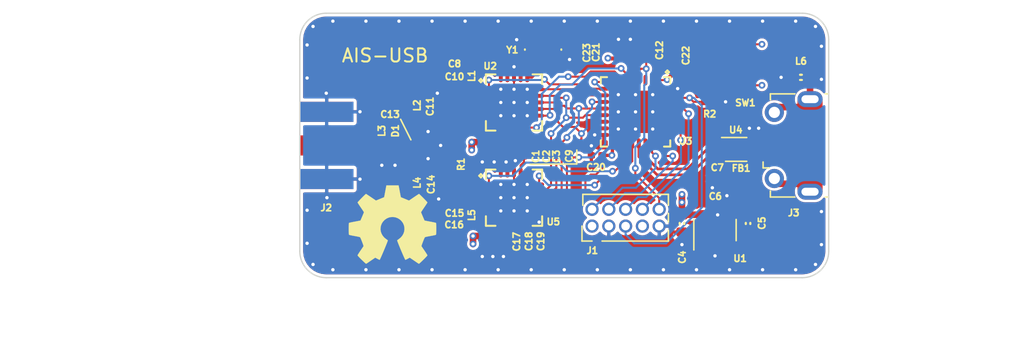
<source format=kicad_pcb>
(kicad_pcb (version 20171130) (host pcbnew "(5.1.4-0-10_14)")
  (layers (0 F.Cu signal) (1 In1.Cu signal) (2 In2.Cu signal) (31 B.Cu signal) (34 B.Paste user) (35 F.Paste user) (36 B.SilkS user) (37 F.SilkS user) (38 B.Mask user) (39 F.Mask user) (44 Edge.Cuts user))
  (net 0 "")
  (net 1 GND)
  (net 2 SPI_CLK)
  (net 3 "Net-(U2-Pad7)")
  (net 4 SPI_MOSI)
  (net 5 SPI_MISO)
  (net 6 /ANT)
  (net 7 VBUS)
  (net 8 /CH1_RX+)
  (net 9 /CH1_RX-)
  (net 10 /CH1_RX)
  (net 11 /CH2_RX)
  (net 12 /CH2_RX+)
  (net 13 /CH2_RX-)
  (net 14 /CH1_XIN)
  (net 15 /CH1_XOUT)
  (net 16 ~CH1_SEL)
  (net 17 ~CH1_IRQ)
  (net 18 CH1_SDN)
  (net 19 ~CH2_SEL)
  (net 20 ~CH2_IRQ)
  (net 21 CH2_SDN)
  (net 22 VDD)
  (net 23 /D+)
  (net 24 /D-)
  (net 25 /BOOT0)
  (net 26 "Net-(U5-Pad4)")
  (net 27 /CH1_GPIO0)
  (net 28 CH2_CLK)
  (net 29 "Net-(J3-Pad6)")
  (net 30 "Net-(J3-Pad4)")
  (net 31 CH1_CTS)
  (net 32 CH2_CTS)
  (net 33 "Net-(U2-Pad5)")
  (net 34 "Net-(U2-Pad4)")
  (net 35 "Net-(U3-Pad28)")
  (net 36 "Net-(U3-Pad27)")
  (net 37 "Net-(U3-Pad26)")
  (net 38 "Net-(U5-Pad16)")
  (net 39 "Net-(U5-Pad7)")
  (net 40 "Net-(U5-Pad5)")
  (net 41 "Net-(J1-Pad7)")
  (net 42 "Net-(U2-Pad20)")
  (net 43 "Net-(U2-Pad19)")
  (net 44 "Net-(U5-Pad20)")
  (net 45 "Net-(U5-Pad19)")
  (net 46 "Net-(U5-Pad9)")
  (net 47 ~RESET)
  (net 48 UART1_RX)
  (net 49 UART1_TX)
  (net 50 SWDCLK)
  (net 51 SWDIO)
  (net 52 USB_D+)
  (net 53 USB_D-)
  (net 54 +5V)
  (net 55 "Net-(U3-Pad25)")
  (net 56 "Net-(U3-Pad15)")
  (net 57 "Net-(U3-Pad14)")
  (net 58 "Net-(U3-Pad3)")
  (net 59 "Net-(U3-Pad2)")
  (module local:QFN50P500X500X80-33-THERMALVIAS (layer F.Cu) (at 123.19 88.46 270)
    (fp_text reference U3 (at 2.215 -3.785 180) (layer F.SilkS) (effects (font (size 0.5 0.5) (thickness 0.125))))
    (fp_text value STM32L432KCUx)
    (pad 33 smd roundrect (at 0.65 -0.65 270) (size 1.6 1.6) (layers F.Cu F.Paste) (net 1 GND))
    (pad 33 smd roundrect (at 0.65 0.65 270) (size 1.6 1.6) (layers F.Cu F.Paste) (net 1 GND))
    (pad 33 smd roundrect (at -0.65 0.65 270) (size 1.6 1.6) (layers F.Cu F.Paste) (net 1 GND))
    (pad 33 smd roundrect (at -0.65 -0.65 270) (size 1.6 1.6) (layers F.Cu F.Paste) (net 1 GND))
    (pad 33 thru_hole circle (at 0 1.3 270) (size 0.51 0.51) (drill 0.25) (layers *.Cu) (net 1 GND))
    (pad 33 thru_hole circle (at 0 -1.3 270) (size 0.51 0.51) (drill 0.25) (layers *.Cu) (net 1 GND))
    (pad 33 thru_hole circle (at -1.3 0 270) (size 0.51 0.51) (drill 0.25) (layers *.Cu) (net 1 GND))
    (pad 33 thru_hole circle (at 1.3 0 270) (size 0.51 0.51) (drill 0.25) (layers *.Cu) (net 1 GND))
    (pad 33 thru_hole circle (at 0 0 270) (size 0.51 0.51) (drill 0.25) (layers *.Cu) (net 1 GND))
    (pad 33 thru_hole circle (at -1.3 1.3 270) (size 0.51 0.51) (drill 0.25) (layers *.Cu) (net 1 GND))
    (pad 33 thru_hole circle (at 1.3 1.3 270) (size 0.51 0.51) (drill 0.25) (layers *.Cu) (net 1 GND))
    (pad 33 thru_hole circle (at 1.3 -1.3 270) (size 0.51 0.51) (drill 0.25) (layers *.Cu) (net 1 GND))
    (pad 33 thru_hole circle (at -1.3 -1.3 270) (size 0.51 0.51) (drill 0.25) (layers *.Cu) (net 1 GND))
    (pad 33 smd rect (at 0 0 270) (size 3.2 3.2) (layers F.Cu F.Mask) (net 1 GND))
    (pad 32 smd oval (at -1.75 -2.4 270) (size 0.3 0.8) (layers F.Cu F.Paste F.Mask) (net 1 GND))
    (pad 31 smd oval (at -1.25 -2.4 270) (size 0.3 0.8) (layers F.Cu F.Paste F.Mask) (net 25 /BOOT0))
    (pad 30 smd oval (at -0.75 -2.4 270) (size 0.3 0.8) (layers F.Cu F.Paste F.Mask) (net 48 UART1_RX))
    (pad 29 smd oval (at -0.25 -2.4 270) (size 0.3 0.8) (layers F.Cu F.Paste F.Mask) (net 49 UART1_TX))
    (pad 28 smd oval (at 0.25 -2.4 270) (size 0.3 0.8) (layers F.Cu F.Paste F.Mask) (net 35 "Net-(U3-Pad28)"))
    (pad 27 smd oval (at 0.75 -2.4 270) (size 0.3 0.8) (layers F.Cu F.Paste F.Mask) (net 36 "Net-(U3-Pad27)"))
    (pad 26 smd oval (at 1.25 -2.4 270) (size 0.3 0.8) (layers F.Cu F.Paste F.Mask) (net 37 "Net-(U3-Pad26)"))
    (pad 25 smd oval (at 1.75 -2.4 270) (size 0.3 0.8) (layers F.Cu F.Paste F.Mask) (net 55 "Net-(U3-Pad25)"))
    (pad 24 smd oval (at 2.4 -1.75 270) (size 0.8 0.3) (layers F.Cu F.Paste F.Mask) (net 50 SWDCLK))
    (pad 23 smd oval (at 2.4 -1.25 270) (size 0.8 0.3) (layers F.Cu F.Paste F.Mask) (net 51 SWDIO))
    (pad 22 smd oval (at 2.4 -0.75 270) (size 0.8 0.3) (layers F.Cu F.Paste F.Mask) (net 52 USB_D+))
    (pad 21 smd oval (at 2.4 -0.25 270) (size 0.8 0.3) (layers F.Cu F.Paste F.Mask) (net 53 USB_D-))
    (pad 20 smd oval (at 2.4 0.25 270) (size 0.8 0.3) (layers F.Cu F.Paste F.Mask) (net 19 ~CH2_SEL))
    (pad 19 smd oval (at 2.4 0.75 270) (size 0.8 0.3) (layers F.Cu F.Paste F.Mask) (net 21 CH2_SDN))
    (pad 18 smd oval (at 2.4 1.25 270) (size 0.8 0.3) (layers F.Cu F.Paste F.Mask) (net 32 CH2_CTS))
    (pad 17 smd oval (at 2.4 1.75 270) (size 0.8 0.3) (layers F.Cu F.Paste F.Mask) (net 22 VDD))
    (pad 16 smd oval (at 1.75 2.4 270) (size 0.3 0.8) (layers F.Cu F.Paste F.Mask) (net 1 GND))
    (pad 15 smd oval (at 1.25 2.4 270) (size 0.3 0.8) (layers F.Cu F.Paste F.Mask) (net 56 "Net-(U3-Pad15)"))
    (pad 14 smd oval (at 0.75 2.4 270) (size 0.3 0.8) (layers F.Cu F.Paste F.Mask) (net 57 "Net-(U3-Pad14)"))
    (pad 13 smd oval (at 0.25 2.4 270) (size 0.3 0.8) (layers F.Cu F.Paste F.Mask) (net 4 SPI_MOSI))
    (pad 12 smd oval (at -0.25 2.4 270) (size 0.3 0.8) (layers F.Cu F.Paste F.Mask) (net 5 SPI_MISO))
    (pad 11 smd oval (at -0.75 2.4 270) (size 0.3 0.8) (layers F.Cu F.Paste F.Mask) (net 2 SPI_CLK))
    (pad 10 smd oval (at -1.25 2.4 270) (size 0.3 0.8) (layers F.Cu F.Paste F.Mask) (net 16 ~CH1_SEL))
    (pad 9 smd oval (at -1.75 2.4 270) (size 0.3 0.8) (layers F.Cu F.Paste F.Mask) (net 18 CH1_SDN))
    (pad 8 smd oval (at -2.4 1.75 270) (size 0.8 0.3) (layers F.Cu F.Paste F.Mask) (net 20 ~CH2_IRQ))
    (pad 7 smd oval (at -2.4 1.25 270) (size 0.8 0.3) (layers F.Cu F.Paste F.Mask) (net 31 CH1_CTS))
    (pad 6 smd oval (at -2.4 0.75 270) (size 0.8 0.3) (layers F.Cu F.Paste F.Mask) (net 17 ~CH1_IRQ))
    (pad 5 smd oval (at -2.4 0.25 270) (size 0.8 0.3) (layers F.Cu F.Paste F.Mask) (net 22 VDD))
    (pad 4 smd oval (at -2.4 -0.25 270) (size 0.8 0.3) (layers F.Cu F.Paste F.Mask) (net 47 ~RESET))
    (pad 3 smd oval (at -2.4 -0.75 270) (size 0.8 0.3) (layers F.Cu F.Paste F.Mask) (net 58 "Net-(U3-Pad3)"))
    (pad 2 smd oval (at -2.4 -1.25 270) (size 0.8 0.3) (layers F.Cu F.Paste F.Mask) (net 59 "Net-(U3-Pad2)"))
    (pad 1 smd oval (at -2.4 -1.75 270) (size 0.8 0.3) (layers F.Cu F.Paste F.Mask) (net 22 VDD))
  )
  (module local:QFN50P400X400X80-21B-THERMALVIAS (layer F.Cu) (at 114 94.95)
    (fp_text reference U5 (at 2.975 1.825) (layer F.SilkS) (effects (font (size 0.5 0.5) (thickness 0.125))))
    (fp_text value Si4362-C)
    (pad 21 smd roundrect (at 0.5 0.5) (size 1.27 1.27) (layers F.Cu F.Paste) (roundrect_rratio 0.3) (net 1 GND))
    (pad 21 smd roundrect (at -0.5 0.5) (size 1.27 1.27) (layers F.Cu F.Paste) (roundrect_rratio 0.3) (net 1 GND))
    (pad 21 smd roundrect (at 0.5 -0.5) (size 1.27 1.27) (layers F.Cu F.Paste) (roundrect_rratio 0.3) (net 1 GND))
    (pad 21 smd roundrect (at -0.5 -0.5) (size 1.27 1.27) (layers F.Cu F.Paste) (roundrect_rratio 0.3) (net 1 GND))
    (pad 21 thru_hole circle (at 0 0) (size 0.51 0.51) (drill 0.25) (layers *.Cu) (net 1 GND))
    (pad 21 thru_hole circle (at 0 1) (size 0.51 0.51) (drill 0.25) (layers *.Cu) (net 1 GND))
    (pad 21 thru_hole circle (at 0 -1) (size 0.51 0.51) (drill 0.25) (layers *.Cu) (net 1 GND))
    (pad 21 thru_hole circle (at 1 0) (size 0.51 0.51) (drill 0.25) (layers *.Cu) (net 1 GND))
    (pad 21 thru_hole circle (at -1 0) (size 0.51 0.51) (drill 0.25) (layers *.Cu) (net 1 GND))
    (pad 21 thru_hole circle (at -1 1) (size 0.51 0.51) (drill 0.25) (layers *.Cu) (net 1 GND))
    (pad 21 thru_hole circle (at 1 1) (size 0.51 0.51) (drill 0.25) (layers *.Cu) (net 1 GND))
    (pad 21 thru_hole circle (at 1 -1) (size 0.51 0.51) (drill 0.25) (layers *.Cu) (net 1 GND))
    (pad 21 thru_hole circle (at -1 -1) (size 0.51 0.51) (drill 0.25) (layers *.Cu) (net 1 GND))
    (pad 21 smd rect (at 0 0) (size 2.55 2.55) (layers F.Cu F.Mask) (net 1 GND))
    (pad 20 smd oval (at -1 -1.9) (size 0.3 0.75) (layers F.Cu F.Paste F.Mask) (net 44 "Net-(U5-Pad20)"))
    (pad 19 smd oval (at -0.5 -1.9) (size 0.3 0.75) (layers F.Cu F.Paste F.Mask) (net 45 "Net-(U5-Pad19)"))
    (pad 18 smd oval (at 0 -1.9) (size 0.3 0.75) (layers F.Cu F.Paste F.Mask) (net 1 GND))
    (pad 17 smd oval (at 0.5 -1.9) (size 0.3 0.75) (layers F.Cu F.Paste F.Mask) (net 28 CH2_CLK))
    (pad 16 smd oval (at 1 -1.9) (size 0.3 0.75) (layers F.Cu F.Paste F.Mask) (net 38 "Net-(U5-Pad16)"))
    (pad 15 smd oval (at 1.9 -1) (size 0.75 0.3) (layers F.Cu F.Paste F.Mask) (net 19 ~CH2_SEL))
    (pad 14 smd oval (at 1.9 -0.5) (size 0.75 0.3) (layers F.Cu F.Paste F.Mask) (net 4 SPI_MOSI))
    (pad 13 smd oval (at 1.9 0) (size 0.75 0.3) (layers F.Cu F.Paste F.Mask) (net 5 SPI_MISO))
    (pad 12 smd oval (at 1.9 0.5) (size 0.75 0.3) (layers F.Cu F.Paste F.Mask) (net 2 SPI_CLK))
    (pad 11 smd oval (at 1.9 1) (size 0.75 0.3) (layers F.Cu F.Paste F.Mask) (net 20 ~CH2_IRQ))
    (pad 10 smd oval (at 1 1.9) (size 0.3 0.75) (layers F.Cu F.Paste F.Mask) (net 32 CH2_CTS))
    (pad 9 smd oval (at 0.5 1.9) (size 0.3 0.75) (layers F.Cu F.Paste F.Mask) (net 46 "Net-(U5-Pad9)"))
    (pad 8 smd oval (at 0 1.9) (size 0.3 0.75) (layers F.Cu F.Paste F.Mask) (net 22 VDD))
    (pad 7 smd oval (at -0.5 1.9) (size 0.3 0.75) (layers F.Cu F.Paste F.Mask) (net 39 "Net-(U5-Pad7)"))
    (pad 6 smd oval (at -1 1.9) (size 0.3 0.75) (layers F.Cu F.Paste F.Mask) (net 22 VDD))
    (pad 5 smd oval (at -1.9 1) (size 0.75 0.3) (layers F.Cu F.Paste F.Mask) (net 40 "Net-(U5-Pad5)"))
    (pad 4 smd oval (at -1.9 0.5) (size 0.75 0.3) (layers F.Cu F.Paste F.Mask) (net 26 "Net-(U5-Pad4)"))
    (pad 3 smd oval (at -1.9 0) (size 0.75 0.3) (layers F.Cu F.Paste F.Mask) (net 13 /CH2_RX-))
    (pad 2 smd oval (at -1.9 -0.5) (size 0.75 0.3) (layers F.Cu F.Paste F.Mask) (net 12 /CH2_RX+))
    (pad 1 smd oval (at -1.9 -1) (size 0.75 0.3) (layers F.Cu F.Paste F.Mask) (net 21 CH2_SDN))
  )
  (module local:QFN50P400X400X80-21B-THERMALVIAS (layer F.Cu) (at 114 87.75)
    (fp_text reference U2 (at -1.8 -2.75) (layer F.SilkS) (effects (font (size 0.5 0.5) (thickness 0.125))))
    (fp_text value Si4362-C)
    (pad 21 smd roundrect (at 0.5 0.5) (size 1.27 1.27) (layers F.Cu F.Paste) (roundrect_rratio 0.3) (net 1 GND))
    (pad 21 smd roundrect (at -0.5 0.5) (size 1.27 1.27) (layers F.Cu F.Paste) (roundrect_rratio 0.3) (net 1 GND))
    (pad 21 smd roundrect (at 0.5 -0.5) (size 1.27 1.27) (layers F.Cu F.Paste) (roundrect_rratio 0.3) (net 1 GND))
    (pad 21 smd roundrect (at -0.5 -0.5) (size 1.27 1.27) (layers F.Cu F.Paste) (roundrect_rratio 0.3) (net 1 GND))
    (pad 21 thru_hole circle (at 0 0) (size 0.51 0.51) (drill 0.25) (layers *.Cu) (net 1 GND))
    (pad 21 thru_hole circle (at 0 1) (size 0.51 0.51) (drill 0.25) (layers *.Cu) (net 1 GND))
    (pad 21 thru_hole circle (at 0 -1) (size 0.51 0.51) (drill 0.25) (layers *.Cu) (net 1 GND))
    (pad 21 thru_hole circle (at 1 0) (size 0.51 0.51) (drill 0.25) (layers *.Cu) (net 1 GND))
    (pad 21 thru_hole circle (at -1 0) (size 0.51 0.51) (drill 0.25) (layers *.Cu) (net 1 GND))
    (pad 21 thru_hole circle (at -1 1) (size 0.51 0.51) (drill 0.25) (layers *.Cu) (net 1 GND))
    (pad 21 thru_hole circle (at 1 1) (size 0.51 0.51) (drill 0.25) (layers *.Cu) (net 1 GND))
    (pad 21 thru_hole circle (at 1 -1) (size 0.51 0.51) (drill 0.25) (layers *.Cu) (net 1 GND))
    (pad 21 thru_hole circle (at -1 -1) (size 0.51 0.51) (drill 0.25) (layers *.Cu) (net 1 GND))
    (pad 21 smd rect (at 0 0) (size 2.55 2.55) (layers F.Cu F.Mask) (net 1 GND))
    (pad 20 smd oval (at -1 -1.9) (size 0.3 0.75) (layers F.Cu F.Paste F.Mask) (net 42 "Net-(U2-Pad20)"))
    (pad 19 smd oval (at -0.5 -1.9) (size 0.3 0.75) (layers F.Cu F.Paste F.Mask) (net 43 "Net-(U2-Pad19)"))
    (pad 18 smd oval (at 0 -1.9) (size 0.3 0.75) (layers F.Cu F.Paste F.Mask) (net 1 GND))
    (pad 17 smd oval (at 0.5 -1.9) (size 0.3 0.75) (layers F.Cu F.Paste F.Mask) (net 14 /CH1_XIN))
    (pad 16 smd oval (at 1 -1.9) (size 0.3 0.75) (layers F.Cu F.Paste F.Mask) (net 15 /CH1_XOUT))
    (pad 15 smd oval (at 1.9 -1) (size 0.75 0.3) (layers F.Cu F.Paste F.Mask) (net 16 ~CH1_SEL))
    (pad 14 smd oval (at 1.9 -0.5) (size 0.75 0.3) (layers F.Cu F.Paste F.Mask) (net 4 SPI_MOSI))
    (pad 13 smd oval (at 1.9 0) (size 0.75 0.3) (layers F.Cu F.Paste F.Mask) (net 5 SPI_MISO))
    (pad 12 smd oval (at 1.9 0.5) (size 0.75 0.3) (layers F.Cu F.Paste F.Mask) (net 2 SPI_CLK))
    (pad 11 smd oval (at 1.9 1) (size 0.75 0.3) (layers F.Cu F.Paste F.Mask) (net 17 ~CH1_IRQ))
    (pad 10 smd oval (at 1 1.9) (size 0.3 0.75) (layers F.Cu F.Paste F.Mask) (net 31 CH1_CTS))
    (pad 9 smd oval (at 0.5 1.9) (size 0.3 0.75) (layers F.Cu F.Paste F.Mask) (net 27 /CH1_GPIO0))
    (pad 8 smd oval (at 0 1.9) (size 0.3 0.75) (layers F.Cu F.Paste F.Mask) (net 22 VDD))
    (pad 7 smd oval (at -0.5 1.9) (size 0.3 0.75) (layers F.Cu F.Paste F.Mask) (net 3 "Net-(U2-Pad7)"))
    (pad 6 smd oval (at -1 1.9) (size 0.3 0.75) (layers F.Cu F.Paste F.Mask) (net 22 VDD))
    (pad 5 smd oval (at -1.9 1) (size 0.75 0.3) (layers F.Cu F.Paste F.Mask) (net 33 "Net-(U2-Pad5)"))
    (pad 4 smd oval (at -1.9 0.5) (size 0.75 0.3) (layers F.Cu F.Paste F.Mask) (net 34 "Net-(U2-Pad4)"))
    (pad 3 smd oval (at -1.9 0) (size 0.75 0.3) (layers F.Cu F.Paste F.Mask) (net 9 /CH1_RX-))
    (pad 2 smd oval (at -1.9 -0.5) (size 0.75 0.3) (layers F.Cu F.Paste F.Mask) (net 8 /CH1_RX+))
    (pad 1 smd oval (at -1.9 -1) (size 0.75 0.3) (layers F.Cu F.Paste F.Mask) (net 18 CH1_SDN))
  )
  (module local:USB_Micro-B_Molex-105017-0001 (layer F.Cu) (at 135.15 91 90)
    (fp_text reference J3 (at -5.1 0 180) (layer F.SilkS) (effects (font (size 0.5 0.5) (thickness 0.125))))
    (fp_text value 105017-0001)
    (pad 6 smd rect (at -2.9 1.2375 90) (size 1.2 1.9) (layers F.Cu F.Paste F.Mask) (net 29 "Net-(J3-Pad6)"))
    (pad 6 smd rect (at 2.9 1.2375 90) (size 1.2 1.9) (layers F.Cu F.Paste F.Mask) (net 29 "Net-(J3-Pad6)"))
    (pad 6 thru_hole oval (at 3.5 1.2375 90) (size 1.2 1.9) (drill oval 0.6 1.3) (layers *.Cu *.Mask F.Paste) (net 29 "Net-(J3-Pad6)"))
    (pad 6 thru_hole oval (at -3.5 1.2375 270) (size 1.2 1.9) (drill oval 0.6 1.3) (layers *.Cu *.Mask F.Paste) (net 29 "Net-(J3-Pad6)"))
    (pad 6 smd rect (at -1 1.2375 90) (size 1.5 1.9) (layers F.Cu F.Paste F.Mask) (net 29 "Net-(J3-Pad6)"))
    (pad 6 thru_hole circle (at 2.5 -1.4625 90) (size 1.45 1.45) (drill 0.85) (layers *.Cu *.Mask F.Paste) (net 29 "Net-(J3-Pad6)"))
    (pad 3 smd roundrect (at 0 -1.4625 90) (size 0.4 1.35) (layers F.Cu F.Paste F.Mask) (net 23 /D+))
    (pad 4 smd roundrect (at 0.65 -1.4625 90) (size 0.4 1.35) (layers F.Cu F.Paste F.Mask) (net 30 "Net-(J3-Pad4)"))
    (pad 5 smd roundrect (at 1.3 -1.4625 90) (size 0.4 1.35) (layers F.Cu F.Paste F.Mask) (net 1 GND))
    (pad 1 smd roundrect (at -1.3 -1.4625 90) (size 0.4 1.35) (layers F.Cu F.Paste F.Mask) (net 7 VBUS))
    (pad 2 smd roundrect (at -0.65 -1.4625 90) (size 0.4 1.35) (layers F.Cu F.Paste F.Mask) (net 24 /D-))
    (pad 6 thru_hole circle (at -2.5 -1.4625 90) (size 1.45 1.45) (drill 0.85) (layers *.Cu *.Mask F.Paste) (net 29 "Net-(J3-Pad6)"))
    (pad 6 smd rect (at 1 1.2375 90) (size 1.5 1.9) (layers F.Cu F.Paste F.Mask) (net 29 "Net-(J3-Pad6)"))
  )
  (module IPC7351-Least:RESC1005X40 (layer F.Cu) (at 128.8 87.7)
    (fp_text reference R2 (at 0 0.925) (layer F.SilkS) (effects (font (size 0.5 0.5) (thickness 0.125))))
    (fp_text value 510)
    (pad 2 smd roundrect (at 0.4 0) (size 0.5 0.5) (layers F.Cu F.Paste F.Mask) (net 1 GND))
    (pad 1 smd roundrect (at -0.4 0) (size 0.5 0.5) (layers F.Cu F.Paste F.Mask) (net 25 /BOOT0))
  )
  (module IPC7351-Least:CAPC1005X55 (layer F.Cu) (at 124 84 90)
    (fp_text reference C12 (at 0.2 1 90) (layer F.SilkS) (effects (font (size 0.5 0.5) (thickness 0.125))))
    (fp_text value "0.1 uF")
    (pad 2 smd roundrect (at 0.4 0 90) (size 0.55 0.5) (layers F.Cu F.Paste F.Mask) (net 1 GND))
    (pad 1 smd roundrect (at -0.4 0 90) (size 0.55 0.5) (layers F.Cu F.Paste F.Mask) (net 47 ~RESET))
  )
  (module IPC7351-Least:OSCCC200X250X080 (layer F.Cu) (at 116.2 83.75 90)
    (fp_text reference Y1 (at -0.025 -2.325 180) (layer F.SilkS) (effects (font (size 0.5 0.5) (thickness 0.125))))
    (fp_text value "30 MHz")
    (pad 4 smd roundrect (at 0.75 -1 90) (size 0.95 1.05) (layers F.Cu F.Paste F.Mask) (net 1 GND))
    (pad 3 smd roundrect (at 0.75 1 90) (size 0.95 1.05) (layers F.Cu F.Paste F.Mask) (net 15 /CH1_XOUT))
    (pad 2 smd roundrect (at -0.75 1 90) (size 0.95 1.05) (layers F.Cu F.Paste F.Mask) (net 1 GND))
    (pad 1 smd roundrect (at -0.75 -1 90) (size 0.95 1.05) (layers F.Cu F.Paste F.Mask) (net 14 /CH1_XIN))
  )
  (module Symbol:OSHW-Symbol_6.7x6mm_SilkScreen (layer F.Cu) (at 104.8 97)
    (fp_text reference LOGO1 hide)
    (fp_text value Logo_Open_Hardware_Large hide)
  )
  (module local:SMA_Linx_CONSMA_003_062 (layer F.Cu) (at 97.8 91)
    (fp_text reference J2 (at 2 4.714) (layer F.SilkS) (effects (font (size 0.5 0.5) (thickness 0.125))))
    (fp_text value "CONSMA 003.062")
    (pad 2 smd rect (at 2.03 2.54) (size 4.06 1.52) (layers B.Cu B.Mask) (net 1 GND))
    (pad 2 smd rect (at 2.03 -2.54) (size 4.06 1.52) (layers B.Cu B.Mask) (net 1 GND))
    (pad 2 smd rect (at 2.03 2.54) (size 4.06 1.52) (layers F.Cu F.Mask) (net 1 GND))
    (pad 2 smd rect (at 2.03 -2.54) (size 4.06 1.52) (layers F.Cu F.Mask) (net 1 GND))
    (pad 1 smd rect (at 2.03 0) (size 4.06 1.52) (layers F.Cu F.Mask) (net 6 /ANT))
  )
  (module local:SW_SPST_PTS_540 (layer F.Cu) (at 130.5 84.9 270)
    (fp_text reference SW1 (at 2.875 -1 180) (layer F.SilkS) (effects (font (size 0.5 0.5) (thickness 0.125))))
    (fp_text value SW_Push)
    (pad 1 smd roundrect (at 1.55 -1.375 270) (size 0.6 0.65) (layers F.Cu F.Paste F.Mask) (net 22 VDD))
    (pad 2 smd roundrect (at 1.55 1.375 270) (size 0.6 0.65) (layers F.Cu F.Paste F.Mask) (net 25 /BOOT0))
    (pad 2 smd roundrect (at -1.55 1.375 270) (size 0.6 0.65) (layers F.Cu F.Paste F.Mask) (net 25 /BOOT0))
    (pad 1 smd roundrect (at -1.55 -1.375 270) (size 0.6 0.65) (layers F.Cu F.Paste F.Mask) (net 22 VDD))
  )
  (module local:PinHeader_2x05_P1.27mm_Vertical (layer F.Cu) (at 119.9 97.1 90)
    (fp_text reference J1 (at -1.85 0.025 180) (layer F.SilkS) (effects (font (size 0.5 0.5) (thickness 0.125))))
    (fp_text value Conn_02x05_Odd_Even)
    (pad 10 thru_hole oval (at 1.27 5.08 90) (size 1 1) (drill 0.65) (layers *.Cu *.Mask) (net 47 ~RESET))
    (pad 9 thru_hole oval (at 0 5.08 90) (size 1 1) (drill 0.65) (layers *.Cu *.Mask) (net 1 GND))
    (pad 8 thru_hole oval (at 1.27 3.81 90) (size 1 1) (drill 0.65) (layers *.Cu *.Mask) (net 48 UART1_RX))
    (pad 7 thru_hole oval (at 0 3.81 90) (size 1 1) (drill 0.65) (layers *.Cu *.Mask) (net 41 "Net-(J1-Pad7)"))
    (pad 6 thru_hole oval (at 1.27 2.54 90) (size 1 1) (drill 0.65) (layers *.Cu *.Mask) (net 49 UART1_TX))
    (pad 5 thru_hole oval (at 0 2.54 90) (size 1 1) (drill 0.65) (layers *.Cu *.Mask) (net 25 /BOOT0))
    (pad 4 thru_hole oval (at 1.27 1.27 90) (size 1 1) (drill 0.65) (layers *.Cu *.Mask) (net 50 SWDCLK))
    (pad 3 thru_hole oval (at 0 1.27 90) (size 1 1) (drill 0.65) (layers *.Cu *.Mask) (net 1 GND))
    (pad 2 thru_hole oval (at 1.27 0 90) (size 1 1) (drill 0.65) (layers *.Cu *.Mask) (net 51 SWDIO))
    (pad 1 thru_hole circle (at 0 0 90) (size 1 1) (drill 0.65) (layers *.Cu *.Mask) (net 22 VDD))
  )
  (module local:SOT-666 (layer F.Cu) (at 130.8 91.3)
    (fp_text reference U4 (at -0.025 -1.475) (layer F.SilkS) (effects (font (size 0.5 0.5) (thickness 0.125))))
    (fp_text value USBLC6-2SC6)
    (pad 6 smd roundrect (at 0.805 -0.5) (size 0.99 0.3) (layers F.Cu F.Paste F.Mask) (net 23 /D+))
    (pad 4 smd roundrect (at 0.805 0.5) (size 0.99 0.3) (layers F.Cu F.Paste F.Mask) (net 24 /D-))
    (pad 2 smd roundrect (at -0.805 0) (size 0.99 0.3) (layers F.Cu F.Paste F.Mask) (net 1 GND))
    (pad 5 smd roundrect (at 0.805 0) (size 0.99 0.3) (layers F.Cu F.Paste F.Mask) (net 7 VBUS))
    (pad 3 smd roundrect (at -0.805 0.5) (size 0.99 0.3) (layers F.Cu F.Paste F.Mask) (net 53 USB_D-))
    (pad 1 smd roundrect (at -0.805 -0.5) (size 0.99 0.3) (layers F.Cu F.Paste F.Mask) (net 52 USB_D+))
  )
  (module IPC7351-Least:INDC1005X60 (layer F.Cu) (at 131.2 93.5)
    (fp_text reference FB1 (at -0.025 -0.775) (layer F.SilkS) (effects (font (size 0.5 0.5) (thickness 0.125))))
    (fp_text value Ferrite_Bead)
    (pad 2 smd roundrect (at 0.4 0) (size 0.55 0.6) (layers F.Cu F.Paste F.Mask) (net 54 +5V))
    (pad 1 smd roundrect (at -0.4 0) (size 0.55 0.6) (layers F.Cu F.Paste F.Mask) (net 7 VBUS))
  )
  (module IPC7351-Least:INDC1005X60 (layer F.Cu) (at 105 91.4 270)
    (fp_text reference D1 (at -1.5 -0.025 90) (layer F.SilkS) (effects (font (size 0.5 0.5) (thickness 0.125))))
    (fp_text value EZAEG2N)
    (pad 2 smd roundrect (at 0.4 0 270) (size 0.55 0.6) (layers F.Cu F.Paste F.Mask) (net 1 GND))
    (pad 1 smd roundrect (at -0.4 0 270) (size 0.55 0.6) (layers F.Cu F.Paste F.Mask) (net 6 /ANT))
  )
  (module IPC7351-Least:INDC1005X60 (layer F.Cu) (at 104 91.4 270)
    (fp_text reference L3 (at -1.5 0 90) (layer F.SilkS) (effects (font (size 0.5 0.5) (thickness 0.125))))
    (fp_text value L)
    (pad 2 smd roundrect (at 0.4 0 270) (size 0.55 0.6) (layers F.Cu F.Paste F.Mask) (net 1 GND))
    (pad 1 smd roundrect (at -0.4 0 270) (size 0.55 0.6) (layers F.Cu F.Paste F.Mask) (net 6 /ANT))
  )
  (module local:TSOP-5_1.65x3.05mm_P0.95mm (layer F.Cu) (at 129.2 97.4 90)
    (fp_text reference U1 (at -2.15 1.9 180) (layer F.SilkS) (effects (font (size 0.5 0.5) (thickness 0.125))))
    (fp_text value NCP115ASN330T1G)
    (pad 5 smd roundrect (at 1.16 -0.95 90) (size 0.7 0.51) (layers F.Cu F.Paste F.Mask) (net 22 VDD))
    (pad 4 smd roundrect (at 1.16 0.95 90) (size 0.7 0.51) (layers F.Cu F.Paste F.Mask) (net 1 GND))
    (pad 3 smd roundrect (at -1.16 0.95 90) (size 0.7 0.51) (layers F.Cu F.Paste F.Mask) (net 54 +5V))
    (pad 2 smd roundrect (at -1.16 0 90) (size 0.7 0.51) (layers F.Cu F.Paste F.Mask) (net 1 GND))
    (pad 1 smd roundrect (at -1.16 -0.95 90) (size 0.7 0.51) (layers F.Cu F.Paste F.Mask) (net 54 +5V))
  )
  (module IPC7351-Least:CAPC1005X55 (layer F.Cu) (at 129.4 93.5 180)
    (fp_text reference C7 (at 0.025 0.825) (layer F.SilkS) (effects (font (size 0.5 0.5) (thickness 0.125))))
    (fp_text value "0.01 uF")
    (pad 2 smd roundrect (at 0.4 0 180) (size 0.55 0.5) (layers F.Cu F.Paste F.Mask) (net 1 GND))
    (pad 1 smd roundrect (at -0.4 0 180) (size 0.55 0.5) (layers F.Cu F.Paste F.Mask) (net 7 VBUS))
  )
  (module IPC7351-Least:CAPC1005X55 (layer F.Cu) (at 131.2 94.8 180)
    (fp_text reference C6 (at 1.975 -0.05) (layer F.SilkS) (effects (font (size 0.5 0.5) (thickness 0.125))))
    (fp_text value "0.01 uF")
    (pad 2 smd roundrect (at 0.4 0 180) (size 0.55 0.5) (layers F.Cu F.Paste F.Mask) (net 1 GND))
    (pad 1 smd roundrect (at -0.4 0 180) (size 0.55 0.5) (layers F.Cu F.Paste F.Mask) (net 54 +5V))
  )
  (module IPC7351-Least:CAPC1005X55 (layer F.Cu) (at 113.4 91.15 270)
    (fp_text reference C3 (at 0.675 -3.8 90) (layer F.SilkS) (effects (font (size 0.5 0.5) (thickness 0.125))))
    (fp_text value "1 uF")
    (pad 2 smd roundrect (at 0.4 0 270) (size 0.55 0.5) (layers F.Cu F.Paste F.Mask) (net 1 GND))
    (pad 1 smd roundrect (at -0.4 0 270) (size 0.55 0.5) (layers F.Cu F.Paste F.Mask) (net 22 VDD))
  )
  (module IPC7351-Least:CAPC1005X55 (layer F.Cu) (at 113.2 98.25 270)
    (fp_text reference C19 (at 0 -2.825 90) (layer F.SilkS) (effects (font (size 0.5 0.5) (thickness 0.125))))
    (fp_text value "1 uF")
    (pad 2 smd roundrect (at 0.4 0 270) (size 0.55 0.5) (layers F.Cu F.Paste F.Mask) (net 1 GND))
    (pad 1 smd roundrect (at -0.4 0 270) (size 0.55 0.5) (layers F.Cu F.Paste F.Mask) (net 22 VDD))
  )
  (module IPC7351-Least:CAPC1005X55 (layer F.Cu) (at 121.9 84.025 90)
    (fp_text reference C23 (at 0.025 -2.4 90) (layer F.SilkS) (effects (font (size 0.5 0.5) (thickness 0.125))))
    (fp_text value "1 uF")
    (pad 2 smd roundrect (at 0.4 0 90) (size 0.55 0.5) (layers F.Cu F.Paste F.Mask) (net 1 GND))
    (pad 1 smd roundrect (at -0.4 0 90) (size 0.55 0.5) (layers F.Cu F.Paste F.Mask) (net 22 VDD))
  )
  (module IPC7351-Least:CAPC1608X55 (layer F.Cu) (at 126.7 96.9 270)
    (fp_text reference C4 (at 2.55 -0.025 90) (layer F.SilkS) (effects (font (size 0.5 0.5) (thickness 0.125))))
    (fp_text value "10 uF")
    (pad 2 smd roundrect (at 0.65 0 270) (size 0.7 0.85) (layers F.Cu F.Paste F.Mask) (net 1 GND))
    (pad 1 smd roundrect (at -0.65 0 270) (size 0.7 0.85) (layers F.Cu F.Paste F.Mask) (net 22 VDD))
  )
  (module IPC7351-Least:CAPC1608X55 (layer F.Cu) (at 131.7 96.9 90)
    (fp_text reference C5 (at 0.025 1.05 90) (layer F.SilkS) (effects (font (size 0.5 0.5) (thickness 0.125))))
    (fp_text value "1 uF")
    (pad 2 smd roundrect (at 0.65 0 90) (size 0.7 0.85) (layers F.Cu F.Paste F.Mask) (net 1 GND))
    (pad 1 smd roundrect (at -0.65 0 90) (size 0.7 0.85) (layers F.Cu F.Paste F.Mask) (net 54 +5V))
  )
  (module IPC7351-Least:INDC1608X95 (layer F.Cu) (at 135.7 85.85 180)
    (fp_text reference L6 (at 0 1.225) (layer F.SilkS) (effects (font (size 0.5 0.5) (thickness 0.125))))
    (fp_text value DNP)
    (pad 2 smd roundrect (at 0.7 0 180) (size 0.75 0.9) (layers F.Cu F.Paste F.Mask) (net 1 GND))
    (pad 1 smd roundrect (at -0.7 0 180) (size 0.75 0.9) (layers F.Cu F.Paste F.Mask) (net 29 "Net-(J3-Pad6)"))
  )
  (module IPC7351-Least:RESC1005X40 (layer F.Cu) (at 109.4 91 270)
    (fp_text reference R1 (at 1.425 -0.6 90) (layer F.SilkS) (effects (font (size 0.5 0.5) (thickness 0.125))))
    (fp_text value 100)
    (pad 2 smd roundrect (at 0.4 0 270) (size 0.5 0.5) (layers F.Cu F.Paste F.Mask) (net 11 /CH2_RX))
    (pad 1 smd roundrect (at -0.4 0 270) (size 0.5 0.5) (layers F.Cu F.Paste F.Mask) (net 10 /CH1_RX))
  )
  (module IPC7351-Least:INDC1005X60 (layer F.Cu) (at 110.8 94.65 270)
    (fp_text reference L5 (at 1.625 0 90) (layer F.SilkS) (effects (font (size 0.5 0.5) (thickness 0.125))))
    (fp_text value "150 nH")
    (pad 2 smd roundrect (at 0.4 0 270) (size 0.55 0.6) (layers F.Cu F.Paste F.Mask) (net 13 /CH2_RX-))
    (pad 1 smd roundrect (at -0.4 0 270) (size 0.55 0.6) (layers F.Cu F.Paste F.Mask) (net 12 /CH2_RX+))
  )
  (module IPC7351-Least:INDC1005X60 (layer F.Cu) (at 106.7 92.4 270)
    (fp_text reference L4 (at 1.425 0.025 90) (layer F.SilkS) (effects (font (size 0.5 0.5) (thickness 0.125))))
    (fp_text value "68 nH")
    (pad 2 smd roundrect (at 0.4 0 270) (size 0.55 0.6) (layers F.Cu F.Paste F.Mask) (net 11 /CH2_RX))
    (pad 1 smd roundrect (at -0.4 0 270) (size 0.55 0.6) (layers F.Cu F.Paste F.Mask) (net 6 /ANT))
  )
  (module IPC7351-Least:INDC1005X60 (layer F.Cu) (at 106.7 89.55 90)
    (fp_text reference L2 (at 1.575 -0.025 90) (layer F.SilkS) (effects (font (size 0.5 0.5) (thickness 0.125))))
    (fp_text value "68 nH")
    (pad 2 smd roundrect (at 0.4 0 90) (size 0.55 0.6) (layers F.Cu F.Paste F.Mask) (net 10 /CH1_RX))
    (pad 1 smd roundrect (at -0.4 0 90) (size 0.55 0.6) (layers F.Cu F.Paste F.Mask) (net 6 /ANT))
  )
  (module IPC7351-Least:INDC1005X60 (layer F.Cu) (at 110.8 87.45 90)
    (fp_text reference L1 (at 1.7 0 90) (layer F.SilkS) (effects (font (size 0.5 0.5) (thickness 0.125))))
    (fp_text value "150 nH")
    (pad 2 smd roundrect (at 0.4 0 90) (size 0.55 0.6) (layers F.Cu F.Paste F.Mask) (net 8 /CH1_RX+))
    (pad 1 smd roundrect (at -0.4 0 90) (size 0.55 0.6) (layers F.Cu F.Paste F.Mask) (net 9 /CH1_RX-))
  )
  (module IPC7351-Least:CAPC1005X55 (layer F.Cu) (at 112.4 98.25 270)
    (fp_text reference C18 (at 0 -2.725 90) (layer F.SilkS) (effects (font (size 0.5 0.5) (thickness 0.125))))
    (fp_text value "0.1 uF")
    (pad 2 smd roundrect (at 0.4 0 270) (size 0.55 0.5) (layers F.Cu F.Paste F.Mask) (net 1 GND))
    (pad 1 smd roundrect (at -0.4 0 270) (size 0.55 0.5) (layers F.Cu F.Paste F.Mask) (net 22 VDD))
  )
  (module IPC7351-Least:CAPC1005X55 (layer F.Cu) (at 111.6 98.25 270)
    (fp_text reference C17 (at 0.025 -2.6 90) (layer F.SilkS) (effects (font (size 0.5 0.5) (thickness 0.125))))
    (fp_text value 100pF)
    (pad 2 smd roundrect (at 0.4 0 270) (size 0.55 0.5) (layers F.Cu F.Paste F.Mask) (net 1 GND))
    (pad 1 smd roundrect (at -0.4 0 270) (size 0.55 0.5) (layers F.Cu F.Paste F.Mask) (net 22 VDD))
  )
  (module IPC7351-Least:CAPC1005X55 (layer F.Cu) (at 109.5 95.05 180)
    (fp_text reference C16 (at 0.025 -1.95) (layer F.SilkS) (effects (font (size 0.5 0.5) (thickness 0.125))))
    (fp_text value "10 pF")
    (pad 2 smd roundrect (at 0.4 0 180) (size 0.55 0.5) (layers F.Cu F.Paste F.Mask) (net 1 GND))
    (pad 1 smd roundrect (at -0.4 0 180) (size 0.55 0.5) (layers F.Cu F.Paste F.Mask) (net 13 /CH2_RX-))
  )
  (module IPC7351-Least:CAPC1005X55 (layer F.Cu) (at 109.5 94.15)
    (fp_text reference C15 (at 0 1.975) (layer F.SilkS) (effects (font (size 0.5 0.5) (thickness 0.125))))
    (fp_text value "13 pF")
    (pad 2 smd roundrect (at 0.4 0) (size 0.55 0.5) (layers F.Cu F.Paste F.Mask) (net 12 /CH2_RX+))
    (pad 1 smd roundrect (at -0.4 0) (size 0.55 0.5) (layers F.Cu F.Paste F.Mask) (net 11 /CH2_RX))
  )
  (module IPC7351-Least:CAPC1005X55 (layer F.Cu) (at 108.45 92.4 90)
    (fp_text reference C14 (at -1.55 -0.725 90) (layer F.SilkS) (effects (font (size 0.5 0.5) (thickness 0.125))))
    (fp_text value "13 pF")
    (pad 2 smd roundrect (at 0.4 0 90) (size 0.55 0.5) (layers F.Cu F.Paste F.Mask) (net 1 GND))
    (pad 1 smd roundrect (at -0.4 0 90) (size 0.55 0.5) (layers F.Cu F.Paste F.Mask) (net 11 /CH2_RX))
  )
  (module IPC7351-Least:CAPC1005X55 (layer F.Cu) (at 107.1 91 180)
    (fp_text reference C13 (at 2.475 2.35) (layer F.SilkS) (effects (font (size 0.5 0.5) (thickness 0.125))))
    (fp_text value "27 pF")
    (pad 2 smd roundrect (at 0.4 0 180) (size 0.55 0.5) (layers F.Cu F.Paste F.Mask) (net 6 /ANT))
    (pad 1 smd roundrect (at -0.4 0 180) (size 0.55 0.5) (layers F.Cu F.Paste F.Mask) (net 1 GND))
  )
  (module IPC7351-Least:CAPC1005X55 (layer F.Cu) (at 108.45 89.55 270)
    (fp_text reference C11 (at -1.5 0.8 90) (layer F.SilkS) (effects (font (size 0.5 0.5) (thickness 0.125))))
    (fp_text value "13 pF")
    (pad 2 smd roundrect (at 0.4 0 270) (size 0.55 0.5) (layers F.Cu F.Paste F.Mask) (net 1 GND))
    (pad 1 smd roundrect (at -0.4 0 270) (size 0.55 0.5) (layers F.Cu F.Paste F.Mask) (net 10 /CH1_RX))
  )
  (module IPC7351-Least:CAPC1005X55 (layer F.Cu) (at 109.5 87.85)
    (fp_text reference C10 (at 0 -2.05) (layer F.SilkS) (effects (font (size 0.5 0.5) (thickness 0.125))))
    (fp_text value "13 pF")
    (pad 2 smd roundrect (at 0.4 0) (size 0.55 0.5) (layers F.Cu F.Paste F.Mask) (net 9 /CH1_RX-))
    (pad 1 smd roundrect (at -0.4 0) (size 0.55 0.5) (layers F.Cu F.Paste F.Mask) (net 10 /CH1_RX))
  )
  (module IPC7351-Least:CAPC1005X55 (layer F.Cu) (at 127.075 86.075 270)
    (fp_text reference C22 (at -1.875 0.075 90) (layer F.SilkS) (effects (font (size 0.5 0.5) (thickness 0.125))))
    (fp_text value "0.1 uF")
    (pad 2 smd roundrect (at 0.4 0 270) (size 0.55 0.5) (layers F.Cu F.Paste F.Mask) (net 1 GND))
    (pad 1 smd roundrect (at -0.4 0 270) (size 0.55 0.5) (layers F.Cu F.Paste F.Mask) (net 22 VDD))
  )
  (module IPC7351-Least:CAPC1005X55 (layer F.Cu) (at 122.8 84.025 90)
    (fp_text reference C21 (at 0.075 -2.6 90) (layer F.SilkS) (effects (font (size 0.5 0.5) (thickness 0.125))))
    (fp_text value "0.1 uF")
    (pad 2 smd roundrect (at 0.4 0 90) (size 0.55 0.5) (layers F.Cu F.Paste F.Mask) (net 1 GND))
    (pad 1 smd roundrect (at -0.4 0 90) (size 0.55 0.5) (layers F.Cu F.Paste F.Mask) (net 22 VDD))
  )
  (module IPC7351-Least:CAPC1005X55 (layer F.Cu) (at 120.25 91.75 180)
    (fp_text reference C20 (at 0.05 -0.9) (layer F.SilkS) (effects (font (size 0.5 0.5) (thickness 0.125))))
    (fp_text value "0.1 uF")
    (pad 2 smd roundrect (at 0.4 0 180) (size 0.55 0.5) (layers F.Cu F.Paste F.Mask) (net 1 GND))
    (pad 1 smd roundrect (at -0.4 0 180) (size 0.55 0.5) (layers F.Cu F.Paste F.Mask) (net 22 VDD))
  )
  (module IPC7351-Least:CAPC1005X55 (layer F.Cu) (at 109.5 87.05 180)
    (fp_text reference C8 (at 0 2.225) (layer F.SilkS) (effects (font (size 0.5 0.5) (thickness 0.125))))
    (fp_text value "10 pF")
    (pad 2 smd roundrect (at 0.4 0 180) (size 0.55 0.5) (layers F.Cu F.Paste F.Mask) (net 1 GND))
    (pad 1 smd roundrect (at -0.4 0 180) (size 0.55 0.5) (layers F.Cu F.Paste F.Mask) (net 8 /CH1_RX+))
  )
  (module IPC7351-Least:CAPC1005X55 (layer F.Cu) (at 112.5 91.15 270)
    (fp_text reference C2 (at 0.675 -3.95 90) (layer F.SilkS) (effects (font (size 0.5 0.5) (thickness 0.125))))
    (fp_text value "0.1 uF")
    (pad 2 smd roundrect (at 0.4 0 270) (size 0.55 0.5) (layers F.Cu F.Paste F.Mask) (net 1 GND))
    (pad 1 smd roundrect (at -0.4 0 270) (size 0.55 0.5) (layers F.Cu F.Paste F.Mask) (net 22 VDD))
  )
  (module IPC7351-Least:CAPC1005X55 (layer F.Cu) (at 111.575 91.15 270)
    (fp_text reference C1 (at 0.675 -4.075 90) (layer F.SilkS) (effects (font (size 0.5 0.5) (thickness 0.125))))
    (fp_text value 100pF)
    (pad 2 smd roundrect (at 0.4 0 270) (size 0.55 0.5) (layers F.Cu F.Paste F.Mask) (net 1 GND))
    (pad 1 smd roundrect (at -0.4 0 270) (size 0.55 0.5) (layers F.Cu F.Paste F.Mask) (net 22 VDD))
  )
  (module IPC7351-Least:CAPC1005X55 (layer F.Cu) (at 114.75 91.4 90)
    (fp_text reference C9 (at -0.4 3.425 90) (layer F.SilkS) (effects (font (size 0.5 0.5) (thickness 0.125))))
    (fp_text value "0.1 uF")
    (pad 2 smd roundrect (at 0.4 0 90) (size 0.55 0.5) (layers F.Cu F.Paste F.Mask) (net 27 /CH1_GPIO0))
    (pad 1 smd roundrect (at -0.4 0 90) (size 0.55 0.5) (layers F.Cu F.Paste F.Mask) (net 28 CH2_CLK))
  )
  (gr_line (start 118.75 92.4) (end 118.75 91.35) (layer F.SilkS) (width 0.12))
  (gr_line (start 115.225 92.425) (end 118.75 92.4) (layer F.SilkS) (width 0.12))
  (gr_line (start 105.425 89.025) (end 106.2 90.575) (layer F.SilkS) (width 0.12))
  (gr_text AIS-USB (at 104.25 84.2) (layer F.SilkS) (effects (font (size 1 1))))
  (gr_arc (start 99.8 99) (end 97.8 99) (angle -90) (layer Edge.Cuts) (width 0.1))
  (gr_arc (start 135.8 99) (end 135.8 101) (angle -90) (layer Edge.Cuts) (width 0.1))
  (gr_arc (start 135.8 83) (end 137.8 83) (angle -90) (layer Edge.Cuts) (width 0.1))
  (gr_arc (start 99.8 83) (end 99.8 81) (angle -90) (layer Edge.Cuts) (width 0.1))
  (gr_line (start 97.8 99) (end 97.8 83) (layer Edge.Cuts) (width 0.1))
  (gr_line (start 135.8 101) (end 99.8 101) (layer Edge.Cuts) (width 0.1))
  (gr_line (start 137.8 83) (end 137.8 99) (layer Edge.Cuts) (width 0.1))
  (gr_line (start 99.8 81) (end 135.8 81) (layer Edge.Cuts) (width 0.1))
  (via (at 108.199994 87.05) (size 0.508) (drill 0.254) (layers F.Cu B.Cu) (net 1))
  (via (at 104 92.5) (size 0.508) (drill 0.254) (layers F.Cu B.Cu) (net 1))
  (via (at 105 92.5) (size 0.508) (drill 0.254) (layers F.Cu B.Cu) (net 1))
  (via (at 108.3 95.05) (size 0.508) (drill 0.254) (layers F.Cu B.Cu) (net 1))
  (via (at 111.6 92.25) (size 0.508) (drill 0.254) (layers F.Cu B.Cu) (net 1))
  (via (at 112.5 92.25) (size 0.508) (drill 0.254) (layers F.Cu B.Cu) (net 1))
  (via (at 113.4 92.25) (size 0.508) (drill 0.254) (layers F.Cu B.Cu) (net 1))
  (segment (start 114 85.85) (end 114 87.75) (width 0.1524) (layer F.Cu) (net 1))
  (via (at 129 94.2) (size 0.508) (drill 0.254) (layers F.Cu B.Cu) (net 1))
  (via (at 130.1 94.8) (size 0.508) (drill 0.254) (layers F.Cu B.Cu) (net 1))
  (via (at 129.4 96.25) (size 0.508) (drill 0.254) (layers F.Cu B.Cu) (net 1))
  (segment (start 114 93.05) (end 114 94.95) (width 0.1524) (layer F.Cu) (net 1))
  (via (at 126.7 98.5) (size 0.508) (drill 0.254) (layers F.Cu B.Cu) (net 1))
  (via (at 132.5 89.7) (size 0.508) (drill 0.254) (layers F.Cu B.Cu) (net 1))
  (via (at 131.8 89.7) (size 0.508) (drill 0.254) (layers F.Cu B.Cu) (net 1))
  (via (at 129.2 99.35) (size 0.508) (drill 0.254) (layers F.Cu B.Cu) (net 1))
  (via (at 111.6 99.4) (size 0.508) (drill 0.254) (layers F.Cu B.Cu) (net 1))
  (via (at 112.4 99.4) (size 0.508) (drill 0.254) (layers F.Cu B.Cu) (net 1))
  (via (at 113.2 99.4) (size 0.508) (drill 0.254) (layers F.Cu B.Cu) (net 1))
  (via (at 114 85.05) (size 0.508) (drill 0.254) (layers F.Cu B.Cu) (net 1))
  (segment (start 114 85.85) (end 114 85.05) (width 0.1524) (layer F.Cu) (net 1))
  (via (at 100.3 81.6) (size 0.508) (drill 0.254) (layers F.Cu B.Cu) (net 1))
  (via (at 102.8 81.6) (size 0.508) (drill 0.254) (layers F.Cu B.Cu) (net 1))
  (via (at 105.3 81.6) (size 0.508) (drill 0.254) (layers F.Cu B.Cu) (net 1))
  (via (at 107.8 81.6) (size 0.508) (drill 0.254) (layers F.Cu B.Cu) (net 1))
  (via (at 110.3 81.6) (size 0.508) (drill 0.254) (layers F.Cu B.Cu) (net 1))
  (via (at 112.8 81.6) (size 0.508) (drill 0.254) (layers F.Cu B.Cu) (net 1))
  (via (at 115.3 81.6) (size 0.508) (drill 0.254) (layers F.Cu B.Cu) (net 1))
  (via (at 117.8 81.6) (size 0.508) (drill 0.254) (layers F.Cu B.Cu) (net 1))
  (via (at 120.3 81.6) (size 0.508) (drill 0.254) (layers F.Cu B.Cu) (net 1))
  (via (at 122.8 81.6) (size 0.508) (drill 0.254) (layers F.Cu B.Cu) (net 1))
  (via (at 125.3 81.6) (size 0.508) (drill 0.254) (layers F.Cu B.Cu) (net 1))
  (via (at 127.8 81.6) (size 0.508) (drill 0.254) (layers F.Cu B.Cu) (net 1))
  (via (at 130.3 81.6) (size 0.508) (drill 0.254) (layers F.Cu B.Cu) (net 1))
  (via (at 132.8 81.6) (size 0.508) (drill 0.254) (layers F.Cu B.Cu) (net 1))
  (via (at 135.3 81.6) (size 0.508) (drill 0.254) (layers F.Cu B.Cu) (net 1))
  (via (at 127.8 100.4) (size 0.508) (drill 0.254) (layers F.Cu B.Cu) (net 1))
  (via (at 125.3 100.4) (size 0.508) (drill 0.254) (layers F.Cu B.Cu) (net 1))
  (via (at 115.3 100.4) (size 0.508) (drill 0.254) (layers F.Cu B.Cu) (net 1))
  (via (at 122.8 100.4) (size 0.508) (drill 0.254) (layers F.Cu B.Cu) (net 1))
  (via (at 130.3 100.4) (size 0.508) (drill 0.254) (layers F.Cu B.Cu) (net 1))
  (via (at 117.8 100.4) (size 0.508) (drill 0.254) (layers F.Cu B.Cu) (net 1))
  (via (at 120.3 100.4) (size 0.508) (drill 0.254) (layers F.Cu B.Cu) (net 1))
  (via (at 135.3 100.4) (size 0.508) (drill 0.254) (layers F.Cu B.Cu) (net 1))
  (via (at 112.8 100.4) (size 0.508) (drill 0.254) (layers F.Cu B.Cu) (net 1))
  (via (at 110.3 100.4) (size 0.508) (drill 0.254) (layers F.Cu B.Cu) (net 1))
  (via (at 100.3 100.4) (size 0.508) (drill 0.254) (layers F.Cu B.Cu) (net 1))
  (via (at 105.3 100.4) (size 0.508) (drill 0.254) (layers F.Cu B.Cu) (net 1))
  (via (at 107.8 100.4) (size 0.508) (drill 0.254) (layers F.Cu B.Cu) (net 1))
  (via (at 102.8 100.4) (size 0.508) (drill 0.254) (layers F.Cu B.Cu) (net 1))
  (via (at 132.8 100.4) (size 0.508) (drill 0.254) (layers F.Cu B.Cu) (net 1))
  (via (at 137.25 83.5) (size 0.508) (drill 0.254) (layers F.Cu B.Cu) (net 1))
  (via (at 137.25 86) (size 0.508) (drill 0.254) (layers F.Cu B.Cu) (net 1))
  (via (at 137.25 96) (size 0.508) (drill 0.254) (layers F.Cu B.Cu) (net 1))
  (via (at 137.25 98.5) (size 0.508) (drill 0.254) (layers F.Cu B.Cu) (net 1))
  (via (at 98.35 98.4) (size 0.508) (drill 0.254) (layers F.Cu B.Cu) (net 1))
  (via (at 98.35 85.9) (size 0.508) (drill 0.254) (layers F.Cu B.Cu) (net 1))
  (via (at 98.35 83.4) (size 0.508) (drill 0.254) (layers F.Cu B.Cu) (net 1))
  (via (at 98.35 95.9) (size 0.508) (drill 0.254) (layers F.Cu B.Cu) (net 1))
  (via (at 98.8 82) (size 0.508) (drill 0.254) (layers F.Cu B.Cu) (net 1))
  (via (at 98.8 100) (size 0.508) (drill 0.254) (layers F.Cu B.Cu) (net 1))
  (via (at 136.8 100) (size 0.508) (drill 0.254) (layers F.Cu B.Cu) (net 1))
  (via (at 136.8 82) (size 0.508) (drill 0.254) (layers F.Cu B.Cu) (net 1))
  (via (at 134.2 85.85) (size 0.508) (drill 0.254) (layers F.Cu B.Cu) (net 1))
  (segment (start 135 85.85) (end 134.2 85.85) (width 0.1524) (layer F.Cu) (net 1))
  (segment (start 130.16 96.25) (end 130.15 96.24) (width 0.5) (layer F.Cu) (net 1))
  (segment (start 131.7 96.25) (end 130.16 96.25) (width 0.5) (layer F.Cu) (net 1))
  (segment (start 130.8 94.8) (end 130.1 94.8) (width 0.5) (layer F.Cu) (net 1))
  (segment (start 129 93.5) (end 129 94.2) (width 0.5) (layer F.Cu) (net 1))
  (segment (start 129.41 96.24) (end 129.4 96.25) (width 0.5) (layer F.Cu) (net 1))
  (segment (start 130.15 96.24) (end 129.41 96.24) (width 0.5) (layer F.Cu) (net 1))
  (segment (start 126.7 97.55) (end 126.7 98.5) (width 0.5) (layer F.Cu) (net 1))
  (segment (start 129.2 98.56) (end 129.2 99.35) (width 0.5) (layer F.Cu) (net 1))
  (segment (start 105 91.8) (end 105 92.5) (width 0.25) (layer F.Cu) (net 1))
  (segment (start 104 91.8) (end 104 92.5) (width 0.25) (layer F.Cu) (net 1))
  (segment (start 109.1 95.05) (end 108.3 95.05) (width 0.3) (layer F.Cu) (net 1))
  (segment (start 109.1 87.05) (end 108.199994 87.05) (width 0.3) (layer F.Cu) (net 1))
  (segment (start 111.6 91.55) (end 112.5 91.55) (width 0.5) (layer F.Cu) (net 1))
  (segment (start 112.5 91.55) (end 113.4 91.55) (width 0.5) (layer F.Cu) (net 1))
  (segment (start 111.6 91.55) (end 111.6 92.25) (width 0.5) (layer F.Cu) (net 1))
  (segment (start 112.5 91.55) (end 112.5 92.25) (width 0.5) (layer F.Cu) (net 1))
  (segment (start 113.4 91.55) (end 113.4 92.25) (width 0.5) (layer F.Cu) (net 1))
  (segment (start 111.6 98.65) (end 112.4 98.65) (width 0.5) (layer F.Cu) (net 1))
  (segment (start 112.4 98.65) (end 113.2 98.65) (width 0.5) (layer F.Cu) (net 1))
  (segment (start 113.2 98.65) (end 113.2 99.4) (width 0.5) (layer F.Cu) (net 1))
  (segment (start 112.4 98.65) (end 112.4 99.4) (width 0.5) (layer F.Cu) (net 1))
  (segment (start 111.6 98.65) (end 111.6 99.4) (width 0.5) (layer F.Cu) (net 1))
  (segment (start 133.6875 89.7) (end 132.5 89.7) (width 0.3) (layer F.Cu) (net 1))
  (segment (start 132.5 89.7) (end 131.8 89.7) (width 0.3) (layer F.Cu) (net 1))
  (segment (start 123.44 88.21) (end 123.19 88.46) (width 0.2) (layer F.Cu) (net 1))
  (segment (start 123.14 88.46) (end 123.19 88.46) (width 0.2) (layer F.Cu) (net 1))
  (segment (start 121.39 90.21) (end 123.14 88.46) (width 0.2) (layer F.Cu) (net 1))
  (segment (start 120.79 90.21) (end 121.39 90.21) (width 0.2) (layer F.Cu) (net 1))
  (segment (start 124.44 87.21) (end 123.19 88.46) (width 0.2) (layer F.Cu) (net 1))
  (via (at 102.35 93.55) (size 0.508) (drill 0.254) (layers F.Cu B.Cu) (net 1))
  (segment (start 102.34 93.54) (end 102.35 93.55) (width 0.1524) (layer F.Cu) (net 1))
  (segment (start 99.83 93.54) (end 102.34 93.54) (width 0.1524) (layer F.Cu) (net 1))
  (segment (start 102.34 88.46) (end 102.35 88.45) (width 0.1524) (layer F.Cu) (net 1))
  (via (at 102.35 88.45) (size 0.508) (drill 0.254) (layers F.Cu B.Cu) (net 1))
  (segment (start 99.83 88.46) (end 102.34 88.46) (width 0.1524) (layer F.Cu) (net 1))
  (segment (start 101.99079 88.45) (end 101.98079 88.46) (width 0.1524) (layer B.Cu) (net 1))
  (segment (start 101.98079 88.46) (end 99.83 88.46) (width 0.1524) (layer B.Cu) (net 1))
  (segment (start 102.35 88.45) (end 101.99079 88.45) (width 0.1524) (layer B.Cu) (net 1))
  (segment (start 99.84 93.55) (end 99.83 93.54) (width 0.1524) (layer B.Cu) (net 1))
  (segment (start 102.35 93.55) (end 99.84 93.55) (width 0.1524) (layer B.Cu) (net 1))
  (segment (start 114.1 92.249938) (end 114.1 92.15) (width 0.1524) (layer F.Cu) (net 1))
  (segment (start 114 93.05) (end 114 92.349938) (width 0.1524) (layer F.Cu) (net 1))
  (via (at 114.1 92.15) (size 0.508) (drill 0.254) (layers F.Cu B.Cu) (net 1))
  (segment (start 114 92.349938) (end 114.1 92.249938) (width 0.1524) (layer F.Cu) (net 1))
  (via (at 108.45 91) (size 0.508) (drill 0.254) (layers F.Cu B.Cu) (net 1))
  (segment (start 108.45 92) (end 108.45 91) (width 0.3) (layer F.Cu) (net 1))
  (segment (start 108.45 91) (end 108.45 89.95) (width 0.3) (layer F.Cu) (net 1))
  (via (at 107.5 92) (size 0.508) (drill 0.254) (layers F.Cu B.Cu) (net 1))
  (via (at 107.5 89.95) (size 0.508) (drill 0.254) (layers F.Cu B.Cu) (net 1))
  (segment (start 107.550034 89.95) (end 107.5 89.899966) (width 0.3) (layer F.Cu) (net 1))
  (segment (start 108.45 92) (end 107.5 92) (width 0.3) (layer F.Cu) (net 1))
  (segment (start 107.5 92) (end 107.5 91) (width 0.3) (layer F.Cu) (net 1))
  (segment (start 107.5 91) (end 107.5 89.95) (width 0.3) (layer F.Cu) (net 1))
  (segment (start 107.5 91) (end 108.45 91) (width 0.3) (layer F.Cu) (net 1))
  (segment (start 107.5 89.95) (end 108.45 89.95) (width 0.3) (layer F.Cu) (net 1))
  (via (at 130 87.7) (size 0.508) (drill 0.254) (layers F.Cu B.Cu) (net 1))
  (segment (start 129.2 87.7) (end 130 87.7) (width 0.1524) (layer F.Cu) (net 1))
  (via (at 99.8 87.05) (size 0.508) (drill 0.254) (layers F.Cu B.Cu) (net 1))
  (segment (start 99.83 87.08) (end 99.8 87.05) (width 0.1524) (layer B.Cu) (net 1))
  (segment (start 99.83 88.46) (end 99.83 87.08) (width 0.1524) (layer B.Cu) (net 1))
  (segment (start 99.83 94.93) (end 99.85 94.95) (width 0.1524) (layer B.Cu) (net 1))
  (via (at 99.85 94.95) (size 0.508) (drill 0.254) (layers F.Cu B.Cu) (net 1))
  (segment (start 99.83 93.54) (end 99.83 94.93) (width 0.1524) (layer B.Cu) (net 1))
  (segment (start 131.33722 89.7) (end 131.8 89.7) (width 0.1524) (layer F.Cu) (net 1))
  (segment (start 130.8 90.23722) (end 131.33722 89.7) (width 0.1524) (layer F.Cu) (net 1))
  (segment (start 130.8 91.05) (end 130.8 90.23722) (width 0.1524) (layer F.Cu) (net 1))
  (segment (start 130.55 91.3) (end 130.8 91.05) (width 0.1524) (layer F.Cu) (net 1))
  (segment (start 129.995 91.3) (end 130.55 91.3) (width 0.1524) (layer F.Cu) (net 1))
  (via (at 118.2 84.5) (size 0.508) (drill 0.254) (layers F.Cu B.Cu) (net 1))
  (segment (start 117.2 84.5) (end 118.2 84.5) (width 0.1524) (layer F.Cu) (net 1))
  (via (at 114.2 83) (size 0.508) (drill 0.254) (layers F.Cu B.Cu) (net 1))
  (segment (start 115.2 83) (end 114.2 83) (width 0.1524) (layer F.Cu) (net 1))
  (via (at 119.85 91.025) (size 0.508) (drill 0.254) (layers F.Cu B.Cu) (net 1))
  (segment (start 119.85 91.75) (end 119.85 91.025) (width 0.25) (layer F.Cu) (net 1))
  (segment (start 120.79 90.81) (end 120.775 90.825) (width 0.25) (layer F.Cu) (net 1))
  (via (at 122.8 82.975) (size 0.508) (drill 0.254) (layers F.Cu B.Cu) (net 1))
  (segment (start 122.8 83.625) (end 122.8 82.975) (width 0.3) (layer F.Cu) (net 1))
  (via (at 121.9 82.975) (size 0.508) (drill 0.254) (layers F.Cu B.Cu) (net 1))
  (segment (start 121.9 83.625) (end 121.9 82.975) (width 0.3) (layer F.Cu) (net 1))
  (segment (start 125.3 82.175) (end 125.3 81.6) (width 0.1524) (layer F.Cu) (net 1))
  (segment (start 125.025 82.45) (end 125.3 82.175) (width 0.1524) (layer F.Cu) (net 1))
  (segment (start 124.225 82.45) (end 125.025 82.45) (width 0.1524) (layer F.Cu) (net 1))
  (via (at 126.375 86.7) (size 0.508) (drill 0.254) (layers F.Cu B.Cu) (net 1))
  (segment (start 125.59 86.71) (end 126.365 86.71) (width 0.1524) (layer F.Cu) (net 1))
  (segment (start 126.365 86.71) (end 126.375 86.7) (width 0.1524) (layer F.Cu) (net 1))
  (segment (start 126.6 86.475) (end 126.375 86.7) (width 0.3) (layer F.Cu) (net 1))
  (segment (start 127.075 86.475) (end 126.6 86.475) (width 0.3) (layer F.Cu) (net 1))
  (segment (start 120.11 90.21) (end 120.79 90.21) (width 0.1524) (layer F.Cu) (net 1))
  (segment (start 120.1 90.2) (end 120.11 90.21) (width 0.1524) (layer F.Cu) (net 1))
  (via (at 120.1 90.2) (size 0.508) (drill 0.254) (layers F.Cu B.Cu) (net 1))
  (via (at 115.9 96.8) (size 0.508) (drill 0.254) (layers F.Cu B.Cu) (net 1))
  (segment (start 124.94 86.71) (end 124.49 87.16) (width 0.1524) (layer F.Cu) (net 1))
  (segment (start 125.59 86.71) (end 124.94 86.71) (width 0.1524) (layer F.Cu) (net 1))
  (segment (start 104 91) (end 99.83 91) (width 0.3) (layer F.Cu) (net 6))
  (segment (start 104 91) (end 105 91) (width 0.3) (layer F.Cu) (net 6))
  (segment (start 105 91) (end 106.7 91) (width 0.3) (layer F.Cu) (net 6))
  (segment (start 106.7 92) (end 106.7 91) (width 0.3) (layer F.Cu) (net 6))
  (segment (start 106.7 91) (end 106.7 89.95) (width 0.3) (layer F.Cu) (net 6))
  (segment (start 130.8 91.51) (end 131.01 91.3) (width 0.1524) (layer F.Cu) (net 7))
  (segment (start 131.01 91.3) (end 131.605 91.3) (width 0.1524) (layer F.Cu) (net 7))
  (segment (start 130.8 92.3) (end 130.8 91.51) (width 0.1524) (layer F.Cu) (net 7))
  (segment (start 130.8 93.5) (end 130.8 92.3) (width 0.5) (layer F.Cu) (net 7))
  (segment (start 130.8 93.5) (end 129.8 93.5) (width 0.5) (layer F.Cu) (net 7))
  (segment (start 133.6875 92.3) (end 130.8 92.3) (width 0.3) (layer F.Cu) (net 7))
  (segment (start 112.1 87.25) (end 111.5726 87.25) (width 0.1524) (layer F.Cu) (net 8))
  (segment (start 111.5726 87.25) (end 111.3726 87.05) (width 0.1524) (layer F.Cu) (net 8))
  (segment (start 109.9 87.05) (end 110.8 87.05) (width 0.3) (layer F.Cu) (net 8))
  (segment (start 110.8 87.05) (end 111.2 87.05) (width 0.3) (layer F.Cu) (net 8))
  (segment (start 111.3726 87.05) (end 111.2 87.05) (width 0.1524) (layer F.Cu) (net 8))
  (segment (start 112.1 87.75) (end 111.5726 87.75) (width 0.1524) (layer F.Cu) (net 9))
  (segment (start 111.5726 87.75) (end 111.4726 87.85) (width 0.1524) (layer F.Cu) (net 9))
  (segment (start 109.9 87.85) (end 110.8 87.85) (width 0.3) (layer F.Cu) (net 9))
  (segment (start 110.8 87.85) (end 111.3 87.85) (width 0.3) (layer F.Cu) (net 9))
  (segment (start 111.4726 87.85) (end 111.3 87.85) (width 0.1524) (layer F.Cu) (net 9))
  (segment (start 109.4 89.75) (end 109.4 90.6) (width 0.3) (layer F.Cu) (net 10))
  (segment (start 108.8 89.15) (end 109.4 89.75) (width 0.3) (layer F.Cu) (net 10))
  (segment (start 108.45 89.15) (end 108.8 89.15) (width 0.3) (layer F.Cu) (net 10))
  (segment (start 108.45 88.05) (end 108.45 89.15) (width 0.3) (layer F.Cu) (net 10))
  (segment (start 108.65 87.85) (end 108.45 88.05) (width 0.3) (layer F.Cu) (net 10))
  (segment (start 109.1 87.85) (end 108.65 87.85) (width 0.3) (layer F.Cu) (net 10))
  (segment (start 106.7 89.15) (end 108.45 89.15) (width 0.3) (layer F.Cu) (net 10))
  (segment (start 109.4 92.2) (end 109.4 91.4) (width 0.3) (layer F.Cu) (net 11))
  (segment (start 108.8 92.8) (end 109.4 92.2) (width 0.3) (layer F.Cu) (net 11))
  (segment (start 108.45 92.8) (end 108.8 92.8) (width 0.3) (layer F.Cu) (net 11))
  (segment (start 108.45 93.95) (end 108.45 92.8) (width 0.3) (layer F.Cu) (net 11))
  (segment (start 108.65 94.15) (end 108.45 93.95) (width 0.3) (layer F.Cu) (net 11))
  (segment (start 109.1 94.15) (end 108.65 94.15) (width 0.3) (layer F.Cu) (net 11))
  (segment (start 108.45 92.8) (end 106.7 92.8) (width 0.3) (layer F.Cu) (net 11))
  (segment (start 112.1 94.45) (end 111.5726 94.45) (width 0.1524) (layer F.Cu) (net 12))
  (segment (start 111.5726 94.45) (end 111.3726 94.25) (width 0.1524) (layer F.Cu) (net 12))
  (segment (start 110.7 94.15) (end 110.8 94.25) (width 0.3) (layer F.Cu) (net 12))
  (segment (start 109.9 94.15) (end 110.7 94.15) (width 0.3) (layer F.Cu) (net 12))
  (segment (start 110.8 94.25) (end 111.15 94.25) (width 0.3) (layer F.Cu) (net 12))
  (segment (start 111.3726 94.25) (end 111.15 94.25) (width 0.1524) (layer F.Cu) (net 12))
  (segment (start 111.4 95.05) (end 111.5 94.95) (width 0.1524) (layer F.Cu) (net 13))
  (segment (start 111.5 94.95) (end 112.1 94.95) (width 0.1524) (layer F.Cu) (net 13))
  (segment (start 109.9 95.05) (end 110.8 95.05) (width 0.3) (layer F.Cu) (net 13))
  (segment (start 110.8 95.05) (end 111.15 95.05) (width 0.3) (layer F.Cu) (net 13))
  (segment (start 111.15 95.05) (end 111.4 95.05) (width 0.1524) (layer F.Cu) (net 13))
  (segment (start 114.5 85.2) (end 115.2 84.5) (width 0.2) (layer F.Cu) (net 14))
  (segment (start 114.5 85.85) (end 114.5 85.2) (width 0.2) (layer F.Cu) (net 14))
  (segment (start 116.2 84) (end 117.2 83) (width 0.2) (layer F.Cu) (net 15))
  (segment (start 116.2 85) (end 116.2 84) (width 0.2) (layer F.Cu) (net 15))
  (segment (start 115.35 85.85) (end 116.2 85) (width 0.2) (layer F.Cu) (net 15))
  (segment (start 115 85.85) (end 115.35 85.85) (width 0.2) (layer F.Cu) (net 15))
  (segment (start 116.692182 88.75) (end 116.722632 88.71955) (width 0.1524) (layer F.Cu) (net 17))
  (segment (start 115.9 88.75) (end 116.692182 88.75) (width 0.1524) (layer F.Cu) (net 17))
  (via (at 116.722632 88.71955) (size 0.508) (drill 0.254) (layers F.Cu B.Cu) (net 17))
  (via (at 112.1 86.05) (size 0.508) (drill 0.254) (layers F.Cu B.Cu) (net 18))
  (segment (start 112.1 86.05) (end 112.1 86.75) (width 0.1524) (layer F.Cu) (net 18))
  (via (at 112.1 93.3) (size 0.508) (drill 0.254) (layers F.Cu B.Cu) (net 21))
  (segment (start 112.1 93.95) (end 112.1 93.3) (width 0.1524) (layer F.Cu) (net 21))
  (via (at 110.8 91.35001) (size 0.508) (drill 0.254) (layers F.Cu B.Cu) (net 22))
  (segment (start 113.375 90.35) (end 113.8274 90.35) (width 0.1524) (layer F.Cu) (net 22))
  (segment (start 113.8274 90.35) (end 114 90.1774) (width 0.1524) (layer F.Cu) (net 22))
  (segment (start 114 90.1774) (end 114 89.65) (width 0.1524) (layer F.Cu) (net 22))
  (segment (start 113.375 90.35) (end 113.1726 90.35) (width 0.1524) (layer F.Cu) (net 22))
  (segment (start 113.1726 90.35) (end 113 90.1774) (width 0.1524) (layer F.Cu) (net 22))
  (segment (start 113 90.1774) (end 113 89.65) (width 0.1524) (layer F.Cu) (net 22))
  (segment (start 113.4 90.75) (end 113.4 90.375) (width 0.1524) (layer F.Cu) (net 22))
  (segment (start 113.4 90.375) (end 113.375 90.35) (width 0.1524) (layer F.Cu) (net 22))
  (via (at 110.8 90.75) (size 0.508) (drill 0.254) (layers F.Cu B.Cu) (net 22))
  (segment (start 121.44 90.86) (end 121.44 91.06) (width 0.1524) (layer F.Cu) (net 22))
  (segment (start 113 97.65) (end 113 96.85) (width 0.1524) (layer F.Cu) (net 22))
  (segment (start 113.2 97.85) (end 113 97.65) (width 0.1524) (layer F.Cu) (net 22))
  (segment (start 114 97.4) (end 114 96.85) (width 0.1524) (layer F.Cu) (net 22))
  (segment (start 113.55 97.85) (end 114 97.4) (width 0.1524) (layer F.Cu) (net 22))
  (segment (start 113.2 97.85) (end 113.55 97.85) (width 0.1524) (layer F.Cu) (net 22))
  (via (at 110.9 97.85) (size 0.508) (drill 0.254) (layers F.Cu B.Cu) (net 22))
  (via (at 110.9 98.45) (size 0.508) (drill 0.254) (layers F.Cu B.Cu) (net 22))
  (via (at 126.7 95.3) (size 0.508) (drill 0.254) (layers F.Cu B.Cu) (net 22))
  (via (at 126.7 94.7) (size 0.508) (drill 0.254) (layers F.Cu B.Cu) (net 22))
  (segment (start 126.71 96.24) (end 126.7 96.25) (width 0.5) (layer F.Cu) (net 22))
  (segment (start 128.25 96.24) (end 126.71 96.24) (width 0.5) (layer F.Cu) (net 22))
  (segment (start 126.7 96.25) (end 126.7 95.3) (width 0.5) (layer F.Cu) (net 22))
  (segment (start 126.7 95.3) (end 126.7 94.7) (width 0.5) (layer F.Cu) (net 22))
  (segment (start 111.6 90.75) (end 112.5 90.75) (width 0.5) (layer F.Cu) (net 22))
  (segment (start 112.5 90.75) (end 113.4 90.75) (width 0.5) (layer F.Cu) (net 22))
  (segment (start 111.6 90.75) (end 110.8 90.75) (width 0.5) (layer F.Cu) (net 22))
  (segment (start 110.8 90.75) (end 110.8 91.35001) (width 0.5) (layer F.Cu) (net 22))
  (segment (start 113.2 97.85) (end 112.4 97.85) (width 0.5) (layer F.Cu) (net 22))
  (segment (start 112.4 97.85) (end 111.6 97.85) (width 0.5) (layer F.Cu) (net 22))
  (segment (start 111.6 97.85) (end 110.9 97.85) (width 0.5) (layer F.Cu) (net 22))
  (segment (start 110.9 97.85) (end 110.9 98.45) (width 0.5) (layer F.Cu) (net 22))
  (via (at 132.75 83.35) (size 0.508) (drill 0.254) (layers F.Cu B.Cu) (net 22))
  (segment (start 131.875 83.35) (end 132.75 83.35) (width 0.1524) (layer F.Cu) (net 22))
  (via (at 132.75 86.45) (size 0.508) (drill 0.254) (layers F.Cu B.Cu) (net 22))
  (segment (start 131.875 86.45) (end 132.75 86.45) (width 0.1524) (layer F.Cu) (net 22))
  (via (at 121.4 91.75) (size 0.508) (drill 0.254) (layers F.Cu B.Cu) (net 22))
  (segment (start 121.44 91.71) (end 121.4 91.75) (width 0.25) (layer F.Cu) (net 22))
  (segment (start 121.44 90.86) (end 121.44 91.71) (width 0.25) (layer F.Cu) (net 22))
  (segment (start 121.4 91.75) (end 120.65 91.75) (width 0.25) (layer F.Cu) (net 22))
  (segment (start 133.6875 91) (end 132.5 91) (width 0.2) (layer F.Cu) (net 23))
  (segment (start 132.3 90.8) (end 131.605 90.8) (width 0.2) (layer F.Cu) (net 23))
  (segment (start 132.5 91) (end 132.3 90.8) (width 0.2) (layer F.Cu) (net 23))
  (segment (start 133.6875 91.65) (end 132.55 91.65) (width 0.2) (layer F.Cu) (net 24))
  (segment (start 132.4 91.8) (end 131.605 91.8) (width 0.2) (layer F.Cu) (net 24))
  (segment (start 132.55 91.65) (end 132.4 91.8) (width 0.2) (layer F.Cu) (net 24))
  (segment (start 129.125 86.45) (end 128.4 86.45) (width 0.1524) (layer F.Cu) (net 25))
  (segment (start 128.3625 87.6875) (end 128.34 87.71) (width 0.1524) (layer F.Cu) (net 25))
  (segment (start 128.5 83.35) (end 129.125 83.35) (width 0.1524) (layer F.Cu) (net 25))
  (segment (start 128.4 83.45) (end 128.5 83.35) (width 0.1524) (layer F.Cu) (net 25))
  (segment (start 128.4 86.9) (end 128.4 83.45) (width 0.1524) (layer F.Cu) (net 25))
  (segment (start 128.4 87.7) (end 128.4 86.9) (width 0.1524) (layer F.Cu) (net 25))
  (segment (start 128.4 86.9) (end 128.4 86.525) (width 0.1524) (layer F.Cu) (net 25))
  (segment (start 114.5 89.65) (end 114.5 90.35) (width 0.1524) (layer F.Cu) (net 27))
  (segment (start 114.75 90.6) (end 114.75 91) (width 0.1524) (layer F.Cu) (net 27))
  (segment (start 114.5 90.35) (end 114.75 90.6) (width 0.1524) (layer F.Cu) (net 27))
  (segment (start 136.4 87.4875) (end 136.3875 87.5) (width 0.1524) (layer F.Cu) (net 29))
  (segment (start 136.3875 93.7476) (end 136.3875 94.5) (width 0.1524) (layer F.Cu) (net 29))
  (segment (start 136.3875 85.8625) (end 136.4 85.85) (width 0.5) (layer F.Cu) (net 29))
  (segment (start 136.3875 88.1) (end 136.3875 85.8625) (width 0.5) (layer F.Cu) (net 29))
  (segment (start 136.3875 88.1) (end 136.3875 90) (width 0.5) (layer F.Cu) (net 29))
  (segment (start 136.3875 90) (end 136.3875 92) (width 0.5) (layer F.Cu) (net 29))
  (segment (start 136.3875 92) (end 136.3875 93.9) (width 0.5) (layer F.Cu) (net 29))
  (segment (start 134.0875 93.9) (end 133.6875 93.5) (width 0.5) (layer F.Cu) (net 29))
  (segment (start 136.3875 93.9) (end 134.0875 93.9) (width 0.5) (layer F.Cu) (net 29))
  (segment (start 134.0875 88.1) (end 133.6875 88.5) (width 0.5) (layer F.Cu) (net 29))
  (segment (start 136.3875 88.1) (end 134.0875 88.1) (width 0.5) (layer F.Cu) (net 29))
  (via (at 119.9 87.7) (size 0.508) (drill 0.254) (layers F.Cu B.Cu) (net 2))
  (segment (start 119.91 87.71) (end 119.9 87.7) (width 0.1524) (layer F.Cu) (net 2))
  (segment (start 120.79 87.71) (end 119.91 87.71) (width 0.1524) (layer F.Cu) (net 2))
  (via (at 119.1 90.1) (size 0.508) (drill 0.254) (layers F.Cu B.Cu) (net 2))
  (segment (start 115.91306 88.23694) (end 115.9 88.25) (width 0.1524) (layer F.Cu) (net 2))
  (segment (start 117.13694 88.23694) (end 115.91306 88.23694) (width 0.1524) (layer F.Cu) (net 2))
  (segment (start 117.325 88.425) (end 117.13694 88.23694) (width 0.1524) (layer F.Cu) (net 2))
  (segment (start 117.325 89.225) (end 117.325 88.425) (width 0.1524) (layer F.Cu) (net 2))
  (segment (start 117.7 89.6) (end 117.325 89.225) (width 0.1524) (layer F.Cu) (net 2))
  (segment (start 118.6 89.6) (end 117.7 89.6) (width 0.1524) (layer F.Cu) (net 2))
  (segment (start 119.1 90.1) (end 118.6 89.6) (width 0.1524) (layer F.Cu) (net 2))
  (segment (start 119.1 90.1) (end 119.5 89.7) (width 0.1524) (layer B.Cu) (net 2))
  (segment (start 119.9 87.7) (end 119.9 88.2) (width 0.1524) (layer B.Cu) (net 2))
  (segment (start 119.9 88.2) (end 119.5 88.6) (width 0.1524) (layer B.Cu) (net 2))
  (segment (start 119.5 89.7) (end 119.5 88.6) (width 0.1524) (layer B.Cu) (net 2))
  (segment (start 116.55 95.45) (end 115.9 95.45) (width 0.1524) (layer F.Cu) (net 2))
  (segment (start 117.6 94.4) (end 116.55 95.45) (width 0.1524) (layer F.Cu) (net 2))
  (segment (start 117.6 92) (end 117.6 94.4) (width 0.1524) (layer F.Cu) (net 2))
  (segment (start 119.1 90.5) (end 117.6 92) (width 0.1524) (layer F.Cu) (net 2))
  (segment (start 119.1 90.1) (end 119.1 90.5) (width 0.1524) (layer F.Cu) (net 2))
  (via (at 117.95 87.4) (size 0.508) (drill 0.254) (layers F.Cu B.Cu) (net 4))
  (segment (start 117.3 87.4) (end 117.95 87.4) (width 0.1524) (layer F.Cu) (net 4))
  (segment (start 117.15 87.25) (end 117.3 87.4) (width 0.1524) (layer F.Cu) (net 4))
  (segment (start 115.9 87.25) (end 117.15 87.25) (width 0.1524) (layer F.Cu) (net 4))
  (segment (start 117.949375 88.9) (end 117.949375 87.400625) (width 0.1524) (layer B.Cu) (net 4))
  (segment (start 117.949375 87.400625) (end 117.95 87.4) (width 0.1524) (layer B.Cu) (net 4))
  (via (at 117.949375 88.9) (size 0.508) (drill 0.254) (layers F.Cu B.Cu) (net 4))
  (segment (start 119.4 88.71) (end 120.79 88.71) (width 0.1524) (layer F.Cu) (net 4))
  (segment (start 119.21 88.9) (end 119.4 88.71) (width 0.1524) (layer F.Cu) (net 4))
  (segment (start 117.949375 88.9) (end 119.21 88.9) (width 0.1524) (layer F.Cu) (net 4))
  (segment (start 116.35 94.45) (end 115.9 94.45) (width 0.1524) (layer F.Cu) (net 4))
  (segment (start 116.8 94) (end 116.35 94.45) (width 0.1524) (layer F.Cu) (net 4))
  (segment (start 116.8 90.1) (end 116.8 94) (width 0.1524) (layer F.Cu) (net 4))
  (segment (start 117.949375 88.950625) (end 117.949375 88.9) (width 0.1524) (layer B.Cu) (net 4))
  (segment (start 116.8 90.1) (end 117.949375 88.950625) (width 0.1524) (layer B.Cu) (net 4))
  (via (at 116.8 90.1) (size 0.508) (drill 0.254) (layers F.Cu B.Cu) (net 4))
  (segment (start 118.910008 88.21) (end 120.79 88.21) (width 0.1524) (layer F.Cu) (net 5))
  (segment (start 118.9 88.199992) (end 118.910008 88.21) (width 0.1524) (layer F.Cu) (net 5))
  (via (at 118.9 88.199992) (size 0.508) (drill 0.254) (layers F.Cu B.Cu) (net 5))
  (via (at 118 90.4) (size 0.508) (drill 0.254) (layers F.Cu B.Cu) (net 5))
  (segment (start 117.999992 88.199992) (end 117.8 88) (width 0.1524) (layer F.Cu) (net 5))
  (segment (start 117.15 87.75) (end 115.9 87.75) (width 0.1524) (layer F.Cu) (net 5))
  (segment (start 117.4 88) (end 117.15 87.75) (width 0.1524) (layer F.Cu) (net 5))
  (segment (start 117.8 88) (end 117.4 88) (width 0.1524) (layer F.Cu) (net 5))
  (segment (start 118.9 88.199992) (end 117.999992 88.199992) (width 0.1524) (layer F.Cu) (net 5))
  (segment (start 118.9 89.4) (end 118.9 88.199992) (width 0.1524) (layer B.Cu) (net 5))
  (segment (start 118 90.3) (end 118.9 89.4) (width 0.1524) (layer B.Cu) (net 5))
  (segment (start 118 90.4) (end 118 90.3) (width 0.1524) (layer B.Cu) (net 5))
  (segment (start 117.2 94.2) (end 116.45 94.95) (width 0.1524) (layer F.Cu) (net 5))
  (segment (start 116.45 94.95) (end 115.9 94.95) (width 0.1524) (layer F.Cu) (net 5))
  (segment (start 117.6 91.2) (end 117.2 91.6) (width 0.1524) (layer F.Cu) (net 5))
  (segment (start 117.2 91.6) (end 117.2 94.2) (width 0.1524) (layer F.Cu) (net 5))
  (segment (start 117.6 90.8) (end 117.6 91.2) (width 0.1524) (layer F.Cu) (net 5))
  (segment (start 118 90.4) (end 117.6 90.8) (width 0.1524) (layer F.Cu) (net 5))
  (segment (start 118.45 86.75) (end 118.91 87.21) (width 0.1524) (layer F.Cu) (net 16))
  (segment (start 118.91 87.21) (end 120.79 87.21) (width 0.1524) (layer F.Cu) (net 16))
  (segment (start 115.9 86.75) (end 118.45 86.75) (width 0.1524) (layer F.Cu) (net 16))
  (segment (start 122.1 85.175) (end 122.44 85.515) (width 0.1524) (layer F.Cu) (net 17))
  (segment (start 122.44 85.515) (end 122.44 86.06) (width 0.1524) (layer F.Cu) (net 17))
  (via (at 122.1 85.175) (size 0.508) (drill 0.254) (layers F.Cu B.Cu) (net 17))
  (segment (start 122.1 85.175) (end 121.825 85.175) (width 0.1524) (layer B.Cu) (net 17))
  (segment (start 116.7 88.696918) (end 116.722632 88.71955) (width 0.1524) (layer B.Cu) (net 17))
  (segment (start 116.7 87.2) (end 116.7 88.696918) (width 0.1524) (layer B.Cu) (net 17))
  (segment (start 117.5 86.4) (end 116.7 87.2) (width 0.1524) (layer B.Cu) (net 17))
  (segment (start 118.4 86.4) (end 117.5 86.4) (width 0.1524) (layer B.Cu) (net 17))
  (segment (start 119.625 85.175) (end 118.4 86.4) (width 0.1524) (layer B.Cu) (net 17))
  (segment (start 122.1 85.175) (end 119.625 85.175) (width 0.1524) (layer B.Cu) (net 17))
  (via (at 116.3 86) (size 0.508) (drill 0.254) (layers F.Cu B.Cu) (net 18))
  (segment (start 116.25 86.05) (end 112.1 86.05) (width 0.1524) (layer B.Cu) (net 18))
  (segment (start 116.3 86) (end 116.25 86.05) (width 0.1524) (layer B.Cu) (net 18))
  (segment (start 119.31 86.71) (end 120.79 86.71) (width 0.1524) (layer F.Cu) (net 18))
  (segment (start 118.975 86.375) (end 119.31 86.71) (width 0.1524) (layer F.Cu) (net 18))
  (segment (start 116.675 86.375) (end 118.975 86.375) (width 0.1524) (layer F.Cu) (net 18))
  (segment (start 116.3 86) (end 116.675 86.375) (width 0.1524) (layer F.Cu) (net 18))
  (via (at 120.1 94) (size 0.508) (drill 0.254) (layers F.Cu B.Cu) (net 19))
  (segment (start 115.9 93.95) (end 115.9 93.3) (width 0.1524) (layer F.Cu) (net 19))
  (via (at 115.9 93.3) (size 0.508) (drill 0.254) (layers F.Cu B.Cu) (net 19))
  (segment (start 116.6 94) (end 120.1 94) (width 0.1524) (layer B.Cu) (net 19))
  (segment (start 115.9 93.3) (end 116.6 94) (width 0.1524) (layer B.Cu) (net 19))
  (segment (start 122.94 92.185) (end 122.94 90.86) (width 0.1524) (layer F.Cu) (net 19))
  (segment (start 120.5 93.6) (end 121.7 93.6) (width 0.1524) (layer F.Cu) (net 19))
  (segment (start 122.4 92.9) (end 122.4 92.725) (width 0.1524) (layer F.Cu) (net 19))
  (segment (start 121.7 93.6) (end 122.4 92.9) (width 0.1524) (layer F.Cu) (net 19))
  (segment (start 122.4 92.725) (end 122.94 92.185) (width 0.1524) (layer F.Cu) (net 19))
  (segment (start 120.1 94) (end 120.5 93.6) (width 0.1524) (layer F.Cu) (net 19))
  (via (at 118.9 91.9) (size 0.508) (drill 0.254) (layers F.Cu B.Cu) (net 20))
  (via (at 120.1 86.2) (size 0.508) (drill 0.254) (layers F.Cu B.Cu) (net 20))
  (segment (start 119.9 91.9) (end 118.9 91.9) (width 0.1524) (layer B.Cu) (net 20))
  (segment (start 120.9 90.9) (end 119.9 91.9) (width 0.1524) (layer B.Cu) (net 20))
  (segment (start 120.9 87) (end 120.9 90.9) (width 0.1524) (layer B.Cu) (net 20))
  (segment (start 120.1 86.2) (end 120.9 87) (width 0.1524) (layer B.Cu) (net 20))
  (segment (start 120.62 86.2) (end 120.76 86.06) (width 0.1524) (layer F.Cu) (net 20))
  (segment (start 120.1 86.2) (end 120.62 86.2) (width 0.1524) (layer F.Cu) (net 20))
  (segment (start 120.76 86.06) (end 121.44 86.06) (width 0.1524) (layer F.Cu) (net 20))
  (segment (start 118 94.5) (end 116.55 95.95) (width 0.1524) (layer F.Cu) (net 20))
  (segment (start 118 92.4) (end 118 94.5) (width 0.1524) (layer F.Cu) (net 20))
  (segment (start 118.5 91.9) (end 118 92.4) (width 0.1524) (layer F.Cu) (net 20))
  (segment (start 116.55 95.95) (end 115.9 95.95) (width 0.1524) (layer F.Cu) (net 20))
  (segment (start 118.9 91.9) (end 118.5 91.9) (width 0.1524) (layer F.Cu) (net 20))
  (segment (start 122.44 92.135) (end 122.44 90.86) (width 0.1524) (layer F.Cu) (net 21))
  (segment (start 121.625 92.95) (end 122.44 92.135) (width 0.1524) (layer F.Cu) (net 21))
  (segment (start 121.45 92.95) (end 121.625 92.95) (width 0.1524) (layer F.Cu) (net 21))
  (via (at 121.45 92.95) (size 0.508) (drill 0.254) (layers F.Cu B.Cu) (net 21))
  (segment (start 118 92.95) (end 121.45 92.95) (width 0.1524) (layer B.Cu) (net 21))
  (segment (start 117.35 92.3) (end 118 92.95) (width 0.1524) (layer B.Cu) (net 21))
  (segment (start 114.9 92.3) (end 117.35 92.3) (width 0.1524) (layer B.Cu) (net 21))
  (segment (start 113.9 93.3) (end 114.9 92.3) (width 0.1524) (layer B.Cu) (net 21))
  (segment (start 112.1 93.3) (end 113.9 93.3) (width 0.1524) (layer B.Cu) (net 21))
  (segment (start 122.8 84.425) (end 121.9 84.425) (width 0.3) (layer F.Cu) (net 22))
  (segment (start 125.54 86.06) (end 125.575 86.025) (width 0.1524) (layer F.Cu) (net 22))
  (via (at 125.575 86.025) (size 0.508) (drill 0.254) (layers F.Cu B.Cu) (net 22))
  (segment (start 124.94 86.06) (end 125.54 86.06) (width 0.1524) (layer F.Cu) (net 22))
  (segment (start 125.925 85.675) (end 127.075 85.675) (width 0.3) (layer F.Cu) (net 22))
  (segment (start 125.575 86.025) (end 125.925 85.675) (width 0.3) (layer F.Cu) (net 22))
  (segment (start 121.125 84.425) (end 121.9 84.425) (width 0.3) (layer F.Cu) (net 22))
  (segment (start 121.1 84.4) (end 121.125 84.425) (width 0.3) (layer F.Cu) (net 22))
  (via (at 121.1 84.4) (size 0.508) (drill 0.254) (layers F.Cu B.Cu) (net 22))
  (segment (start 122.8 85.02) (end 122.8 84.425) (width 0.2) (layer F.Cu) (net 22))
  (segment (start 122.94 85.16) (end 122.8 85.02) (width 0.2) (layer F.Cu) (net 22))
  (segment (start 122.94 86.06) (end 122.94 85.16) (width 0.2) (layer F.Cu) (net 22))
  (segment (start 127.575 87.7) (end 128.4 87.7) (width 0.1524) (layer F.Cu) (net 25))
  (segment (start 127.275 87.4) (end 127.575 87.7) (width 0.1524) (layer F.Cu) (net 25))
  (via (at 127.275 87.4) (size 0.508) (drill 0.254) (layers F.Cu B.Cu) (net 25))
  (segment (start 125.59 87.21) (end 126.41 87.21) (width 0.1524) (layer F.Cu) (net 25))
  (segment (start 126.6 87.4) (end 127.275 87.4) (width 0.1524) (layer F.Cu) (net 25))
  (segment (start 126.41 87.21) (end 126.6 87.4) (width 0.1524) (layer F.Cu) (net 25))
  (segment (start 122.44 97.74) (end 122.44 97.1) (width 0.1524) (layer B.Cu) (net 25))
  (segment (start 123.1 98.4) (end 122.44 97.74) (width 0.1524) (layer B.Cu) (net 25))
  (segment (start 128.2 95.7) (end 125.5 98.4) (width 0.1524) (layer B.Cu) (net 25))
  (segment (start 125.5 98.4) (end 123.1 98.4) (width 0.1524) (layer B.Cu) (net 25))
  (segment (start 128.2 88) (end 128.2 95.7) (width 0.1524) (layer B.Cu) (net 25))
  (segment (start 127.6 87.4) (end 128.2 88) (width 0.1524) (layer B.Cu) (net 25))
  (segment (start 127.275 87.4) (end 127.6 87.4) (width 0.1524) (layer B.Cu) (net 25))
  (segment (start 114.5 92.5) (end 114.5 93.05) (width 0.1524) (layer F.Cu) (net 28))
  (segment (start 114.75 92.25) (end 114.5 92.5) (width 0.1524) (layer F.Cu) (net 28))
  (segment (start 114.75 91.8) (end 114.75 92.25) (width 0.1524) (layer F.Cu) (net 28))
  (via (at 115.7 89.65) (size 0.508) (drill 0.254) (layers F.Cu B.Cu) (net 31))
  (segment (start 115 89.65) (end 115.7 89.65) (width 0.1524) (layer F.Cu) (net 31))
  (via (at 118.1 85.8) (size 0.508) (drill 0.254) (layers F.Cu B.Cu) (net 31))
  (segment (start 121.94 85.74) (end 121.94 86.06) (width 0.1524) (layer F.Cu) (net 31))
  (segment (start 121.6 85.4) (end 121.94 85.74) (width 0.1524) (layer F.Cu) (net 31))
  (segment (start 119.4 85.8) (end 119.8 85.4) (width 0.1524) (layer F.Cu) (net 31))
  (segment (start 119.8 85.4) (end 121.6 85.4) (width 0.1524) (layer F.Cu) (net 31))
  (segment (start 118.1 85.8) (end 119.4 85.8) (width 0.1524) (layer F.Cu) (net 31))
  (segment (start 116.1 89.25) (end 115.7 89.65) (width 0.1524) (layer B.Cu) (net 31))
  (segment (start 116.1 87.1) (end 116.1 89.25) (width 0.1524) (layer B.Cu) (net 31))
  (segment (start 117.4 85.8) (end 116.1 87.1) (width 0.1524) (layer B.Cu) (net 31))
  (segment (start 118.1 85.8) (end 117.4 85.8) (width 0.1524) (layer B.Cu) (net 31))
  (segment (start 121.575 92.3) (end 121.94 91.935) (width 0.1524) (layer F.Cu) (net 32))
  (segment (start 120.2 93.2) (end 121.1 92.3) (width 0.1524) (layer F.Cu) (net 32))
  (segment (start 119.8 93.2) (end 120.2 93.2) (width 0.1524) (layer F.Cu) (net 32))
  (segment (start 116.5 97.5) (end 119.4 94.6) (width 0.1524) (layer F.Cu) (net 32))
  (segment (start 121.94 91.935) (end 121.94 90.86) (width 0.1524) (layer F.Cu) (net 32))
  (segment (start 119.4 94.6) (end 119.4 93.6) (width 0.1524) (layer F.Cu) (net 32))
  (segment (start 119.4 93.6) (end 119.8 93.2) (width 0.1524) (layer F.Cu) (net 32))
  (segment (start 115 97.3) (end 115.2 97.5) (width 0.1524) (layer F.Cu) (net 32))
  (segment (start 121.1 92.3) (end 121.575 92.3) (width 0.1524) (layer F.Cu) (net 32))
  (segment (start 115.2 97.5) (end 116.5 97.5) (width 0.1524) (layer F.Cu) (net 32))
  (segment (start 115 96.85) (end 115 97.3) (width 0.1524) (layer F.Cu) (net 32))
  (via (at 123.175 92.725) (size 0.508) (drill 0.254) (layers F.Cu B.Cu) (net 47))
  (segment (start 123.85 90.425) (end 123.175 91.1) (width 0.1524) (layer B.Cu) (net 47))
  (segment (start 123.175 91.1) (end 123.175 92.725) (width 0.1524) (layer B.Cu) (net 47))
  (segment (start 123.85 86.45) (end 123.85 90.425) (width 0.1524) (layer B.Cu) (net 47))
  (segment (start 124 86.3) (end 123.85 86.45) (width 0.1524) (layer B.Cu) (net 47))
  (segment (start 124 85.2) (end 124 86.3) (width 0.1524) (layer B.Cu) (net 47))
  (via (at 124 85.2) (size 0.508) (drill 0.254) (layers F.Cu B.Cu) (net 47))
  (segment (start 124 85.2) (end 124 84.4) (width 0.1524) (layer F.Cu) (net 47))
  (segment (start 123.44 85.36) (end 123.44 86.06) (width 0.1524) (layer F.Cu) (net 47))
  (segment (start 123.6 85.2) (end 123.44 85.36) (width 0.1524) (layer F.Cu) (net 47))
  (segment (start 124 85.2) (end 123.6 85.2) (width 0.1524) (layer F.Cu) (net 47))
  (segment (start 123.175 93.175) (end 123.175 92.725) (width 0.1524) (layer F.Cu) (net 47))
  (segment (start 124.98 94.98) (end 123.175 93.175) (width 0.1524) (layer F.Cu) (net 47))
  (segment (start 124.98 95.83) (end 124.98 94.98) (width 0.1524) (layer F.Cu) (net 47))
  (segment (start 123.71 95.81) (end 123.71 95.83) (width 0.1524) (layer F.Cu) (net 48))
  (segment (start 126.31 87.71) (end 125.59 87.71) (width 0.1524) (layer F.Cu) (net 48))
  (via (at 127.2 88.6) (size 0.508) (drill 0.254) (layers F.Cu B.Cu) (net 48))
  (segment (start 127.2 88.6) (end 126.31 87.71) (width 0.1524) (layer F.Cu) (net 48))
  (segment (start 127.2 92.34) (end 123.71 95.83) (width 0.1524) (layer B.Cu) (net 48))
  (segment (start 127.2 88.6) (end 127.2 92.34) (width 0.1524) (layer B.Cu) (net 48))
  (segment (start 126.1424 88.21) (end 125.59 88.21) (width 0.1524) (layer F.Cu) (net 49))
  (segment (start 126.6 88.6676) (end 126.1424 88.21) (width 0.1524) (layer F.Cu) (net 49))
  (segment (start 126.6 90.6) (end 126.6 88.6676) (width 0.1524) (layer F.Cu) (net 49))
  (segment (start 123.365189 94.904811) (end 122.44 95.83) (width 0.1524) (layer B.Cu) (net 49))
  (segment (start 123.995189 94.904811) (end 123.365189 94.904811) (width 0.1524) (layer B.Cu) (net 49))
  (segment (start 126.625 92.275) (end 123.995189 94.904811) (width 0.1524) (layer B.Cu) (net 49))
  (segment (start 126.625 90.625) (end 126.625 92.275) (width 0.1524) (layer B.Cu) (net 49))
  (segment (start 126.6 90.6) (end 126.625 90.625) (width 0.1524) (layer B.Cu) (net 49))
  (via (at 126.6 90.6) (size 0.508) (drill 0.254) (layers F.Cu B.Cu) (net 49))
  (via (at 126 91.8) (size 0.508) (drill 0.254) (layers F.Cu B.Cu) (net 50))
  (segment (start 124.94 91.24) (end 124.94 90.86) (width 0.1524) (layer F.Cu) (net 50))
  (segment (start 125.5 91.8) (end 124.94 91.24) (width 0.1524) (layer F.Cu) (net 50))
  (segment (start 126 91.8) (end 125.5 91.8) (width 0.1524) (layer F.Cu) (net 50))
  (segment (start 122.4 94.6) (end 121.17 95.83) (width 0.1524) (layer B.Cu) (net 50))
  (segment (start 123.6 94.6) (end 122.4 94.6) (width 0.1524) (layer B.Cu) (net 50))
  (segment (start 126 92.2) (end 123.6 94.6) (width 0.1524) (layer B.Cu) (net 50))
  (segment (start 126 91.8) (end 126 92.2) (width 0.1524) (layer B.Cu) (net 50))
  (segment (start 124.44 91.54) (end 124.7 91.8) (width 0.1524) (layer F.Cu) (net 51))
  (segment (start 124.44 90.86) (end 124.44 91.54) (width 0.1524) (layer F.Cu) (net 51))
  (via (at 124.7 91.8) (size 0.508) (drill 0.254) (layers F.Cu B.Cu) (net 51))
  (segment (start 124.7 92.725) (end 124.7 91.8) (width 0.1524) (layer B.Cu) (net 51))
  (segment (start 123.225 94.2) (end 124.7 92.725) (width 0.1524) (layer B.Cu) (net 51))
  (segment (start 122.2 94.2) (end 123.225 94.2) (width 0.1524) (layer B.Cu) (net 51))
  (segment (start 121.4 95) (end 122.2 94.2) (width 0.1524) (layer B.Cu) (net 51))
  (segment (start 120.73 95) (end 121.4 95) (width 0.1524) (layer B.Cu) (net 51))
  (segment (start 119.9 95.83) (end 120.73 95) (width 0.1524) (layer B.Cu) (net 51))
  (segment (start 129.995 90.8) (end 129.3 90.8) (width 0.2) (layer F.Cu) (net 52))
  (segment (start 127.1068 92.775) (end 124.87286 92.775) (width 0.2) (layer F.Cu) (net 52))
  (segment (start 129.3 90.8) (end 129.025 91.075) (width 0.2) (layer F.Cu) (net 52))
  (segment (start 128.8068 91.075) (end 127.1068 92.775) (width 0.2) (layer F.Cu) (net 52))
  (segment (start 124.87286 92.775) (end 123.94 91.84214) (width 0.2) (layer F.Cu) (net 52))
  (segment (start 129.025 91.075) (end 128.8068 91.075) (width 0.2) (layer F.Cu) (net 52))
  (segment (start 123.94 91.84214) (end 123.94 90.86) (width 0.2) (layer F.Cu) (net 52))
  (segment (start 124.824476 93.225) (end 127.2932 93.225) (width 0.2) (layer F.Cu) (net 53))
  (segment (start 129.125 91.525) (end 129.4 91.8) (width 0.2) (layer F.Cu) (net 53))
  (segment (start 123.44 91.840524) (end 124.824476 93.225) (width 0.2) (layer F.Cu) (net 53))
  (segment (start 127.2932 93.225) (end 128.9932 91.525) (width 0.2) (layer F.Cu) (net 53))
  (segment (start 129.4 91.8) (end 129.995 91.8) (width 0.2) (layer F.Cu) (net 53))
  (segment (start 128.9932 91.525) (end 129.125 91.525) (width 0.2) (layer F.Cu) (net 53))
  (segment (start 123.44 90.86) (end 123.44 91.840524) (width 0.2) (layer F.Cu) (net 53))
  (segment (start 132.25 97.55) (end 131.7 97.55) (width 0.5) (layer F.Cu) (net 54))
  (segment (start 132.3 94.8) (end 132.75 95.25) (width 0.5) (layer F.Cu) (net 54))
  (segment (start 132.75 97.05) (end 132.25 97.55) (width 0.5) (layer F.Cu) (net 54))
  (segment (start 132.75 95.25) (end 132.75 97.05) (width 0.5) (layer F.Cu) (net 54))
  (segment (start 131.6 94.8) (end 132.3 94.8) (width 0.5) (layer F.Cu) (net 54))
  (segment (start 131.6 94.8) (end 131.6 93.5) (width 0.5) (layer F.Cu) (net 54))
  (segment (start 131.7 98.2) (end 131.7 97.55) (width 0.5) (layer F.Cu) (net 54))
  (segment (start 131.34 98.56) (end 131.7 98.2) (width 0.5) (layer F.Cu) (net 54))
  (segment (start 130.15 98.56) (end 131.34 98.56) (width 0.5) (layer F.Cu) (net 54))
  (segment (start 128.25 98.11) (end 128.25 98.56) (width 0.5) (layer F.Cu) (net 54))
  (segment (start 128.55241 97.80759) (end 128.25 98.11) (width 0.5) (layer F.Cu) (net 54))
  (segment (start 130.15 98.11) (end 129.84759 97.80759) (width 0.5) (layer F.Cu) (net 54))
  (segment (start 129.84759 97.80759) (end 128.55241 97.80759) (width 0.5) (layer F.Cu) (net 54))
  (segment (start 130.15 98.56) (end 130.15 98.11) (width 0.5) (layer F.Cu) (net 54))
  (zone (net 0) (net_name "") (layers F.Cu In1.Cu In2.Cu) (connect_pads (clearance 0.2)) (min_thickness 0.254)
    (keepout (tracks allowed) (vias allowed) (copperpour not_allowed))
    (fill (arc_segments 32) (thermal_gap 0.508) (thermal_bridge_width 0.508))
    (polygon (pts (xy 97.6 89.2) (xy 97.7 92.8) (xy 102.1 92.8) (xy 102.1 89.2)))
  )
  (zone (net 1) (net_name GND) (layer F.Cu) (connect_pads (clearance 0.2)) (min_thickness 0.2) (fill yes (arc_segments 32) (thermal_gap 0.25) (thermal_bridge_width 0.25))
    (polygon (pts (xy 96.8 80) (xy 138.8 80) (xy 138.8 102) (xy 96.8 102)))
  )
  (zone (net 1) (net_name GND) (layer B.Cu) (connect_pads (clearance 0.2)) (min_thickness 0.2) (fill yes (arc_segments 32) (thermal_gap 0.25) (thermal_bridge_width 0.25))
    (polygon (pts (xy 96.8 80) (xy 138.8 80) (xy 138.8 102) (xy 96.8 102)))
  )
  (zone (net 0) (net_name "") (layer F.Cu) (connect_pads (clearance 0.2)) (min_thickness 0.254)
    (keepout (tracks allowed) (vias not_allowed) (copperpour not_allowed))
    (fill (arc_segments 32) (thermal_gap 0.508) (thermal_bridge_width 0.508))
    (polygon (pts (xy 128.65 82.9) (xy 132.35 82.9) (xy 132.35 86.9) (xy 128.65 86.9)))
  )
  (zone (net 0) (net_name "") (layer F.Cu) (connect_pads (clearance 0.2)) (min_thickness 0.2)
    (keepout (tracks allowed) (vias allowed) (copperpour not_allowed))
    (fill (arc_segments 32) (thermal_gap 0.25) (thermal_bridge_width 0.25))
    (polygon (pts (xy 114.4 82.2) (xy 118 82.2) (xy 118 85.3) (xy 114.4 85.3)))
  )
  (zone (net 0) (net_name "") (layer F.Cu) (connect_pads (clearance 0.2)) (min_thickness 0.2)
    (keepout (tracks allowed) (vias allowed) (copperpour not_allowed))
    (fill (arc_segments 32) (thermal_gap 0.25) (thermal_bridge_width 0.25))
    (polygon (pts (xy 102.05 90.5) (xy 105.8 90.5) (xy 105.8 88.4) (xy 108 88.4) (xy 108 87.4) (xy 109.55 87.4) (xy 109.55 86.5) (xy 111.55 86.5) (xy 111.55 88.75) (xy 109.6 88.75) (xy 109.6 89) (xy 110.2 89.6) (xy 110.2 92.4) (xy 109.55 93) (xy 109.55 93.25) (xy 111.55 93.25) (xy 111.55 95.5) (xy 109.55 95.5) (xy 109.55 94.6) (xy 108 94.6) (xy 108 93.6) (xy 105.8 93.6) (xy 105.8 91.5) (xy 102 91.5)))
  )
)
</source>
